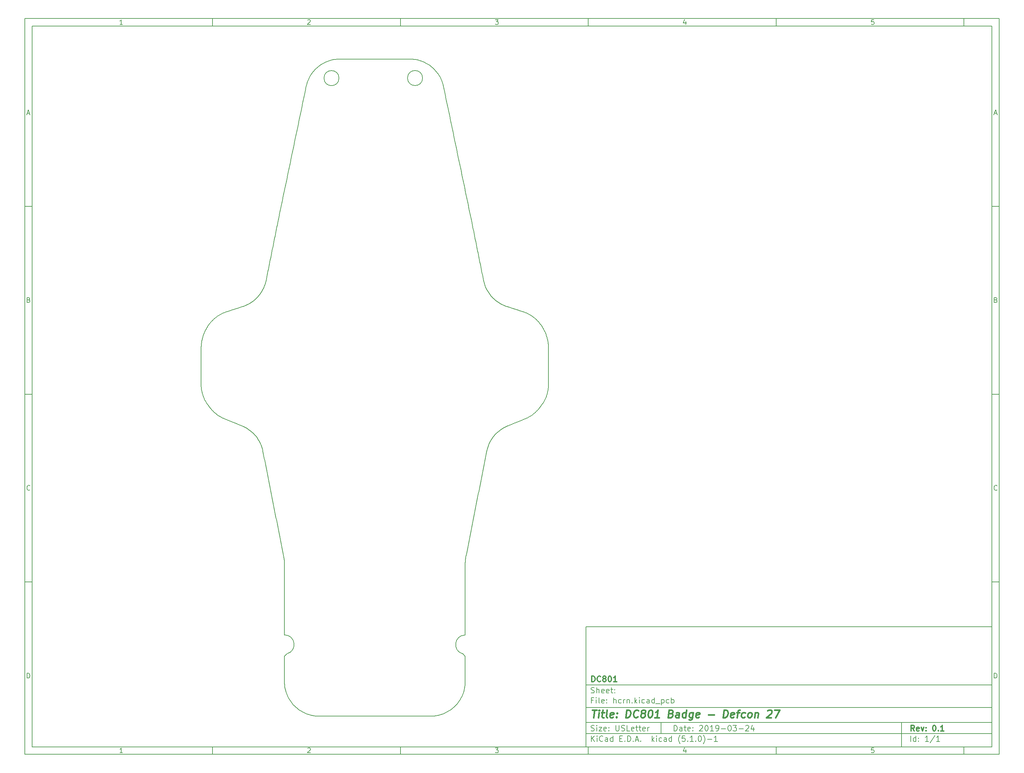
<source format=gm1>
G04 #@! TF.GenerationSoftware,KiCad,Pcbnew,(5.1.0)-1*
G04 #@! TF.CreationDate,2019-04-28T22:44:37-06:00*
G04 #@! TF.ProjectId,hcrn,6863726e-2e6b-4696-9361-645f70636258,0.1*
G04 #@! TF.SameCoordinates,Original*
G04 #@! TF.FileFunction,Profile,NP*
%FSLAX46Y46*%
G04 Gerber Fmt 4.6, Leading zero omitted, Abs format (unit mm)*
G04 Created by KiCad (PCBNEW (5.1.0)-1) date 2019-04-28 22:44:37*
%MOMM*%
%LPD*%
G04 APERTURE LIST*
%ADD10C,0.100000*%
%ADD11C,0.150000*%
%ADD12C,0.300000*%
%ADD13C,0.400000*%
%ADD14C,0.200000*%
G04 APERTURE END LIST*
D10*
D11*
X159400000Y-171900000D02*
X159400000Y-203900000D01*
X267400000Y-203900000D01*
X267400000Y-171900000D01*
X159400000Y-171900000D01*
D10*
D11*
X10000000Y-10000000D02*
X10000000Y-205900000D01*
X269400000Y-205900000D01*
X269400000Y-10000000D01*
X10000000Y-10000000D01*
D10*
D11*
X12000000Y-12000000D02*
X12000000Y-203900000D01*
X267400000Y-203900000D01*
X267400000Y-12000000D01*
X12000000Y-12000000D01*
D10*
D11*
X60000000Y-12000000D02*
X60000000Y-10000000D01*
D10*
D11*
X110000000Y-12000000D02*
X110000000Y-10000000D01*
D10*
D11*
X160000000Y-12000000D02*
X160000000Y-10000000D01*
D10*
D11*
X210000000Y-12000000D02*
X210000000Y-10000000D01*
D10*
D11*
X260000000Y-12000000D02*
X260000000Y-10000000D01*
D10*
D11*
X36065476Y-11588095D02*
X35322619Y-11588095D01*
X35694047Y-11588095D02*
X35694047Y-10288095D01*
X35570238Y-10473809D01*
X35446428Y-10597619D01*
X35322619Y-10659523D01*
D10*
D11*
X85322619Y-10411904D02*
X85384523Y-10350000D01*
X85508333Y-10288095D01*
X85817857Y-10288095D01*
X85941666Y-10350000D01*
X86003571Y-10411904D01*
X86065476Y-10535714D01*
X86065476Y-10659523D01*
X86003571Y-10845238D01*
X85260714Y-11588095D01*
X86065476Y-11588095D01*
D10*
D11*
X135260714Y-10288095D02*
X136065476Y-10288095D01*
X135632142Y-10783333D01*
X135817857Y-10783333D01*
X135941666Y-10845238D01*
X136003571Y-10907142D01*
X136065476Y-11030952D01*
X136065476Y-11340476D01*
X136003571Y-11464285D01*
X135941666Y-11526190D01*
X135817857Y-11588095D01*
X135446428Y-11588095D01*
X135322619Y-11526190D01*
X135260714Y-11464285D01*
D10*
D11*
X185941666Y-10721428D02*
X185941666Y-11588095D01*
X185632142Y-10226190D02*
X185322619Y-11154761D01*
X186127380Y-11154761D01*
D10*
D11*
X236003571Y-10288095D02*
X235384523Y-10288095D01*
X235322619Y-10907142D01*
X235384523Y-10845238D01*
X235508333Y-10783333D01*
X235817857Y-10783333D01*
X235941666Y-10845238D01*
X236003571Y-10907142D01*
X236065476Y-11030952D01*
X236065476Y-11340476D01*
X236003571Y-11464285D01*
X235941666Y-11526190D01*
X235817857Y-11588095D01*
X235508333Y-11588095D01*
X235384523Y-11526190D01*
X235322619Y-11464285D01*
D10*
D11*
X60000000Y-203900000D02*
X60000000Y-205900000D01*
D10*
D11*
X110000000Y-203900000D02*
X110000000Y-205900000D01*
D10*
D11*
X160000000Y-203900000D02*
X160000000Y-205900000D01*
D10*
D11*
X210000000Y-203900000D02*
X210000000Y-205900000D01*
D10*
D11*
X260000000Y-203900000D02*
X260000000Y-205900000D01*
D10*
D11*
X36065476Y-205488095D02*
X35322619Y-205488095D01*
X35694047Y-205488095D02*
X35694047Y-204188095D01*
X35570238Y-204373809D01*
X35446428Y-204497619D01*
X35322619Y-204559523D01*
D10*
D11*
X85322619Y-204311904D02*
X85384523Y-204250000D01*
X85508333Y-204188095D01*
X85817857Y-204188095D01*
X85941666Y-204250000D01*
X86003571Y-204311904D01*
X86065476Y-204435714D01*
X86065476Y-204559523D01*
X86003571Y-204745238D01*
X85260714Y-205488095D01*
X86065476Y-205488095D01*
D10*
D11*
X135260714Y-204188095D02*
X136065476Y-204188095D01*
X135632142Y-204683333D01*
X135817857Y-204683333D01*
X135941666Y-204745238D01*
X136003571Y-204807142D01*
X136065476Y-204930952D01*
X136065476Y-205240476D01*
X136003571Y-205364285D01*
X135941666Y-205426190D01*
X135817857Y-205488095D01*
X135446428Y-205488095D01*
X135322619Y-205426190D01*
X135260714Y-205364285D01*
D10*
D11*
X185941666Y-204621428D02*
X185941666Y-205488095D01*
X185632142Y-204126190D02*
X185322619Y-205054761D01*
X186127380Y-205054761D01*
D10*
D11*
X236003571Y-204188095D02*
X235384523Y-204188095D01*
X235322619Y-204807142D01*
X235384523Y-204745238D01*
X235508333Y-204683333D01*
X235817857Y-204683333D01*
X235941666Y-204745238D01*
X236003571Y-204807142D01*
X236065476Y-204930952D01*
X236065476Y-205240476D01*
X236003571Y-205364285D01*
X235941666Y-205426190D01*
X235817857Y-205488095D01*
X235508333Y-205488095D01*
X235384523Y-205426190D01*
X235322619Y-205364285D01*
D10*
D11*
X10000000Y-60000000D02*
X12000000Y-60000000D01*
D10*
D11*
X10000000Y-110000000D02*
X12000000Y-110000000D01*
D10*
D11*
X10000000Y-160000000D02*
X12000000Y-160000000D01*
D10*
D11*
X10690476Y-35216666D02*
X11309523Y-35216666D01*
X10566666Y-35588095D02*
X11000000Y-34288095D01*
X11433333Y-35588095D01*
D10*
D11*
X11092857Y-84907142D02*
X11278571Y-84969047D01*
X11340476Y-85030952D01*
X11402380Y-85154761D01*
X11402380Y-85340476D01*
X11340476Y-85464285D01*
X11278571Y-85526190D01*
X11154761Y-85588095D01*
X10659523Y-85588095D01*
X10659523Y-84288095D01*
X11092857Y-84288095D01*
X11216666Y-84350000D01*
X11278571Y-84411904D01*
X11340476Y-84535714D01*
X11340476Y-84659523D01*
X11278571Y-84783333D01*
X11216666Y-84845238D01*
X11092857Y-84907142D01*
X10659523Y-84907142D01*
D10*
D11*
X11402380Y-135464285D02*
X11340476Y-135526190D01*
X11154761Y-135588095D01*
X11030952Y-135588095D01*
X10845238Y-135526190D01*
X10721428Y-135402380D01*
X10659523Y-135278571D01*
X10597619Y-135030952D01*
X10597619Y-134845238D01*
X10659523Y-134597619D01*
X10721428Y-134473809D01*
X10845238Y-134350000D01*
X11030952Y-134288095D01*
X11154761Y-134288095D01*
X11340476Y-134350000D01*
X11402380Y-134411904D01*
D10*
D11*
X10659523Y-185588095D02*
X10659523Y-184288095D01*
X10969047Y-184288095D01*
X11154761Y-184350000D01*
X11278571Y-184473809D01*
X11340476Y-184597619D01*
X11402380Y-184845238D01*
X11402380Y-185030952D01*
X11340476Y-185278571D01*
X11278571Y-185402380D01*
X11154761Y-185526190D01*
X10969047Y-185588095D01*
X10659523Y-185588095D01*
D10*
D11*
X269400000Y-60000000D02*
X267400000Y-60000000D01*
D10*
D11*
X269400000Y-110000000D02*
X267400000Y-110000000D01*
D10*
D11*
X269400000Y-160000000D02*
X267400000Y-160000000D01*
D10*
D11*
X268090476Y-35216666D02*
X268709523Y-35216666D01*
X267966666Y-35588095D02*
X268400000Y-34288095D01*
X268833333Y-35588095D01*
D10*
D11*
X268492857Y-84907142D02*
X268678571Y-84969047D01*
X268740476Y-85030952D01*
X268802380Y-85154761D01*
X268802380Y-85340476D01*
X268740476Y-85464285D01*
X268678571Y-85526190D01*
X268554761Y-85588095D01*
X268059523Y-85588095D01*
X268059523Y-84288095D01*
X268492857Y-84288095D01*
X268616666Y-84350000D01*
X268678571Y-84411904D01*
X268740476Y-84535714D01*
X268740476Y-84659523D01*
X268678571Y-84783333D01*
X268616666Y-84845238D01*
X268492857Y-84907142D01*
X268059523Y-84907142D01*
D10*
D11*
X268802380Y-135464285D02*
X268740476Y-135526190D01*
X268554761Y-135588095D01*
X268430952Y-135588095D01*
X268245238Y-135526190D01*
X268121428Y-135402380D01*
X268059523Y-135278571D01*
X267997619Y-135030952D01*
X267997619Y-134845238D01*
X268059523Y-134597619D01*
X268121428Y-134473809D01*
X268245238Y-134350000D01*
X268430952Y-134288095D01*
X268554761Y-134288095D01*
X268740476Y-134350000D01*
X268802380Y-134411904D01*
D10*
D11*
X268059523Y-185588095D02*
X268059523Y-184288095D01*
X268369047Y-184288095D01*
X268554761Y-184350000D01*
X268678571Y-184473809D01*
X268740476Y-184597619D01*
X268802380Y-184845238D01*
X268802380Y-185030952D01*
X268740476Y-185278571D01*
X268678571Y-185402380D01*
X268554761Y-185526190D01*
X268369047Y-185588095D01*
X268059523Y-185588095D01*
D10*
D11*
X182832142Y-199678571D02*
X182832142Y-198178571D01*
X183189285Y-198178571D01*
X183403571Y-198250000D01*
X183546428Y-198392857D01*
X183617857Y-198535714D01*
X183689285Y-198821428D01*
X183689285Y-199035714D01*
X183617857Y-199321428D01*
X183546428Y-199464285D01*
X183403571Y-199607142D01*
X183189285Y-199678571D01*
X182832142Y-199678571D01*
X184975000Y-199678571D02*
X184975000Y-198892857D01*
X184903571Y-198750000D01*
X184760714Y-198678571D01*
X184475000Y-198678571D01*
X184332142Y-198750000D01*
X184975000Y-199607142D02*
X184832142Y-199678571D01*
X184475000Y-199678571D01*
X184332142Y-199607142D01*
X184260714Y-199464285D01*
X184260714Y-199321428D01*
X184332142Y-199178571D01*
X184475000Y-199107142D01*
X184832142Y-199107142D01*
X184975000Y-199035714D01*
X185475000Y-198678571D02*
X186046428Y-198678571D01*
X185689285Y-198178571D02*
X185689285Y-199464285D01*
X185760714Y-199607142D01*
X185903571Y-199678571D01*
X186046428Y-199678571D01*
X187117857Y-199607142D02*
X186975000Y-199678571D01*
X186689285Y-199678571D01*
X186546428Y-199607142D01*
X186475000Y-199464285D01*
X186475000Y-198892857D01*
X186546428Y-198750000D01*
X186689285Y-198678571D01*
X186975000Y-198678571D01*
X187117857Y-198750000D01*
X187189285Y-198892857D01*
X187189285Y-199035714D01*
X186475000Y-199178571D01*
X187832142Y-199535714D02*
X187903571Y-199607142D01*
X187832142Y-199678571D01*
X187760714Y-199607142D01*
X187832142Y-199535714D01*
X187832142Y-199678571D01*
X187832142Y-198750000D02*
X187903571Y-198821428D01*
X187832142Y-198892857D01*
X187760714Y-198821428D01*
X187832142Y-198750000D01*
X187832142Y-198892857D01*
X189617857Y-198321428D02*
X189689285Y-198250000D01*
X189832142Y-198178571D01*
X190189285Y-198178571D01*
X190332142Y-198250000D01*
X190403571Y-198321428D01*
X190475000Y-198464285D01*
X190475000Y-198607142D01*
X190403571Y-198821428D01*
X189546428Y-199678571D01*
X190475000Y-199678571D01*
X191403571Y-198178571D02*
X191546428Y-198178571D01*
X191689285Y-198250000D01*
X191760714Y-198321428D01*
X191832142Y-198464285D01*
X191903571Y-198750000D01*
X191903571Y-199107142D01*
X191832142Y-199392857D01*
X191760714Y-199535714D01*
X191689285Y-199607142D01*
X191546428Y-199678571D01*
X191403571Y-199678571D01*
X191260714Y-199607142D01*
X191189285Y-199535714D01*
X191117857Y-199392857D01*
X191046428Y-199107142D01*
X191046428Y-198750000D01*
X191117857Y-198464285D01*
X191189285Y-198321428D01*
X191260714Y-198250000D01*
X191403571Y-198178571D01*
X193332142Y-199678571D02*
X192475000Y-199678571D01*
X192903571Y-199678571D02*
X192903571Y-198178571D01*
X192760714Y-198392857D01*
X192617857Y-198535714D01*
X192475000Y-198607142D01*
X194046428Y-199678571D02*
X194332142Y-199678571D01*
X194475000Y-199607142D01*
X194546428Y-199535714D01*
X194689285Y-199321428D01*
X194760714Y-199035714D01*
X194760714Y-198464285D01*
X194689285Y-198321428D01*
X194617857Y-198250000D01*
X194475000Y-198178571D01*
X194189285Y-198178571D01*
X194046428Y-198250000D01*
X193975000Y-198321428D01*
X193903571Y-198464285D01*
X193903571Y-198821428D01*
X193975000Y-198964285D01*
X194046428Y-199035714D01*
X194189285Y-199107142D01*
X194475000Y-199107142D01*
X194617857Y-199035714D01*
X194689285Y-198964285D01*
X194760714Y-198821428D01*
X195403571Y-199107142D02*
X196546428Y-199107142D01*
X197546428Y-198178571D02*
X197689285Y-198178571D01*
X197832142Y-198250000D01*
X197903571Y-198321428D01*
X197975000Y-198464285D01*
X198046428Y-198750000D01*
X198046428Y-199107142D01*
X197975000Y-199392857D01*
X197903571Y-199535714D01*
X197832142Y-199607142D01*
X197689285Y-199678571D01*
X197546428Y-199678571D01*
X197403571Y-199607142D01*
X197332142Y-199535714D01*
X197260714Y-199392857D01*
X197189285Y-199107142D01*
X197189285Y-198750000D01*
X197260714Y-198464285D01*
X197332142Y-198321428D01*
X197403571Y-198250000D01*
X197546428Y-198178571D01*
X198546428Y-198178571D02*
X199475000Y-198178571D01*
X198975000Y-198750000D01*
X199189285Y-198750000D01*
X199332142Y-198821428D01*
X199403571Y-198892857D01*
X199475000Y-199035714D01*
X199475000Y-199392857D01*
X199403571Y-199535714D01*
X199332142Y-199607142D01*
X199189285Y-199678571D01*
X198760714Y-199678571D01*
X198617857Y-199607142D01*
X198546428Y-199535714D01*
X200117857Y-199107142D02*
X201260714Y-199107142D01*
X201903571Y-198321428D02*
X201975000Y-198250000D01*
X202117857Y-198178571D01*
X202475000Y-198178571D01*
X202617857Y-198250000D01*
X202689285Y-198321428D01*
X202760714Y-198464285D01*
X202760714Y-198607142D01*
X202689285Y-198821428D01*
X201832142Y-199678571D01*
X202760714Y-199678571D01*
X204046428Y-198678571D02*
X204046428Y-199678571D01*
X203689285Y-198107142D02*
X203332142Y-199178571D01*
X204260714Y-199178571D01*
D10*
D11*
X159400000Y-200400000D02*
X267400000Y-200400000D01*
D10*
D11*
X160832142Y-202478571D02*
X160832142Y-200978571D01*
X161689285Y-202478571D02*
X161046428Y-201621428D01*
X161689285Y-200978571D02*
X160832142Y-201835714D01*
X162332142Y-202478571D02*
X162332142Y-201478571D01*
X162332142Y-200978571D02*
X162260714Y-201050000D01*
X162332142Y-201121428D01*
X162403571Y-201050000D01*
X162332142Y-200978571D01*
X162332142Y-201121428D01*
X163903571Y-202335714D02*
X163832142Y-202407142D01*
X163617857Y-202478571D01*
X163475000Y-202478571D01*
X163260714Y-202407142D01*
X163117857Y-202264285D01*
X163046428Y-202121428D01*
X162975000Y-201835714D01*
X162975000Y-201621428D01*
X163046428Y-201335714D01*
X163117857Y-201192857D01*
X163260714Y-201050000D01*
X163475000Y-200978571D01*
X163617857Y-200978571D01*
X163832142Y-201050000D01*
X163903571Y-201121428D01*
X165189285Y-202478571D02*
X165189285Y-201692857D01*
X165117857Y-201550000D01*
X164975000Y-201478571D01*
X164689285Y-201478571D01*
X164546428Y-201550000D01*
X165189285Y-202407142D02*
X165046428Y-202478571D01*
X164689285Y-202478571D01*
X164546428Y-202407142D01*
X164475000Y-202264285D01*
X164475000Y-202121428D01*
X164546428Y-201978571D01*
X164689285Y-201907142D01*
X165046428Y-201907142D01*
X165189285Y-201835714D01*
X166546428Y-202478571D02*
X166546428Y-200978571D01*
X166546428Y-202407142D02*
X166403571Y-202478571D01*
X166117857Y-202478571D01*
X165975000Y-202407142D01*
X165903571Y-202335714D01*
X165832142Y-202192857D01*
X165832142Y-201764285D01*
X165903571Y-201621428D01*
X165975000Y-201550000D01*
X166117857Y-201478571D01*
X166403571Y-201478571D01*
X166546428Y-201550000D01*
X168403571Y-201692857D02*
X168903571Y-201692857D01*
X169117857Y-202478571D02*
X168403571Y-202478571D01*
X168403571Y-200978571D01*
X169117857Y-200978571D01*
X169760714Y-202335714D02*
X169832142Y-202407142D01*
X169760714Y-202478571D01*
X169689285Y-202407142D01*
X169760714Y-202335714D01*
X169760714Y-202478571D01*
X170475000Y-202478571D02*
X170475000Y-200978571D01*
X170832142Y-200978571D01*
X171046428Y-201050000D01*
X171189285Y-201192857D01*
X171260714Y-201335714D01*
X171332142Y-201621428D01*
X171332142Y-201835714D01*
X171260714Y-202121428D01*
X171189285Y-202264285D01*
X171046428Y-202407142D01*
X170832142Y-202478571D01*
X170475000Y-202478571D01*
X171975000Y-202335714D02*
X172046428Y-202407142D01*
X171975000Y-202478571D01*
X171903571Y-202407142D01*
X171975000Y-202335714D01*
X171975000Y-202478571D01*
X172617857Y-202050000D02*
X173332142Y-202050000D01*
X172475000Y-202478571D02*
X172975000Y-200978571D01*
X173475000Y-202478571D01*
X173975000Y-202335714D02*
X174046428Y-202407142D01*
X173975000Y-202478571D01*
X173903571Y-202407142D01*
X173975000Y-202335714D01*
X173975000Y-202478571D01*
X176975000Y-202478571D02*
X176975000Y-200978571D01*
X177117857Y-201907142D02*
X177546428Y-202478571D01*
X177546428Y-201478571D02*
X176975000Y-202050000D01*
X178189285Y-202478571D02*
X178189285Y-201478571D01*
X178189285Y-200978571D02*
X178117857Y-201050000D01*
X178189285Y-201121428D01*
X178260714Y-201050000D01*
X178189285Y-200978571D01*
X178189285Y-201121428D01*
X179546428Y-202407142D02*
X179403571Y-202478571D01*
X179117857Y-202478571D01*
X178975000Y-202407142D01*
X178903571Y-202335714D01*
X178832142Y-202192857D01*
X178832142Y-201764285D01*
X178903571Y-201621428D01*
X178975000Y-201550000D01*
X179117857Y-201478571D01*
X179403571Y-201478571D01*
X179546428Y-201550000D01*
X180832142Y-202478571D02*
X180832142Y-201692857D01*
X180760714Y-201550000D01*
X180617857Y-201478571D01*
X180332142Y-201478571D01*
X180189285Y-201550000D01*
X180832142Y-202407142D02*
X180689285Y-202478571D01*
X180332142Y-202478571D01*
X180189285Y-202407142D01*
X180117857Y-202264285D01*
X180117857Y-202121428D01*
X180189285Y-201978571D01*
X180332142Y-201907142D01*
X180689285Y-201907142D01*
X180832142Y-201835714D01*
X182189285Y-202478571D02*
X182189285Y-200978571D01*
X182189285Y-202407142D02*
X182046428Y-202478571D01*
X181760714Y-202478571D01*
X181617857Y-202407142D01*
X181546428Y-202335714D01*
X181475000Y-202192857D01*
X181475000Y-201764285D01*
X181546428Y-201621428D01*
X181617857Y-201550000D01*
X181760714Y-201478571D01*
X182046428Y-201478571D01*
X182189285Y-201550000D01*
X184475000Y-203050000D02*
X184403571Y-202978571D01*
X184260714Y-202764285D01*
X184189285Y-202621428D01*
X184117857Y-202407142D01*
X184046428Y-202050000D01*
X184046428Y-201764285D01*
X184117857Y-201407142D01*
X184189285Y-201192857D01*
X184260714Y-201050000D01*
X184403571Y-200835714D01*
X184475000Y-200764285D01*
X185760714Y-200978571D02*
X185046428Y-200978571D01*
X184975000Y-201692857D01*
X185046428Y-201621428D01*
X185189285Y-201550000D01*
X185546428Y-201550000D01*
X185689285Y-201621428D01*
X185760714Y-201692857D01*
X185832142Y-201835714D01*
X185832142Y-202192857D01*
X185760714Y-202335714D01*
X185689285Y-202407142D01*
X185546428Y-202478571D01*
X185189285Y-202478571D01*
X185046428Y-202407142D01*
X184975000Y-202335714D01*
X186475000Y-202335714D02*
X186546428Y-202407142D01*
X186475000Y-202478571D01*
X186403571Y-202407142D01*
X186475000Y-202335714D01*
X186475000Y-202478571D01*
X187975000Y-202478571D02*
X187117857Y-202478571D01*
X187546428Y-202478571D02*
X187546428Y-200978571D01*
X187403571Y-201192857D01*
X187260714Y-201335714D01*
X187117857Y-201407142D01*
X188617857Y-202335714D02*
X188689285Y-202407142D01*
X188617857Y-202478571D01*
X188546428Y-202407142D01*
X188617857Y-202335714D01*
X188617857Y-202478571D01*
X189617857Y-200978571D02*
X189760714Y-200978571D01*
X189903571Y-201050000D01*
X189975000Y-201121428D01*
X190046428Y-201264285D01*
X190117857Y-201550000D01*
X190117857Y-201907142D01*
X190046428Y-202192857D01*
X189975000Y-202335714D01*
X189903571Y-202407142D01*
X189760714Y-202478571D01*
X189617857Y-202478571D01*
X189475000Y-202407142D01*
X189403571Y-202335714D01*
X189332142Y-202192857D01*
X189260714Y-201907142D01*
X189260714Y-201550000D01*
X189332142Y-201264285D01*
X189403571Y-201121428D01*
X189475000Y-201050000D01*
X189617857Y-200978571D01*
X190617857Y-203050000D02*
X190689285Y-202978571D01*
X190832142Y-202764285D01*
X190903571Y-202621428D01*
X190975000Y-202407142D01*
X191046428Y-202050000D01*
X191046428Y-201764285D01*
X190975000Y-201407142D01*
X190903571Y-201192857D01*
X190832142Y-201050000D01*
X190689285Y-200835714D01*
X190617857Y-200764285D01*
X191760714Y-201907142D02*
X192903571Y-201907142D01*
X194403571Y-202478571D02*
X193546428Y-202478571D01*
X193975000Y-202478571D02*
X193975000Y-200978571D01*
X193832142Y-201192857D01*
X193689285Y-201335714D01*
X193546428Y-201407142D01*
D10*
D11*
X159400000Y-197400000D02*
X267400000Y-197400000D01*
D10*
D12*
X246809285Y-199678571D02*
X246309285Y-198964285D01*
X245952142Y-199678571D02*
X245952142Y-198178571D01*
X246523571Y-198178571D01*
X246666428Y-198250000D01*
X246737857Y-198321428D01*
X246809285Y-198464285D01*
X246809285Y-198678571D01*
X246737857Y-198821428D01*
X246666428Y-198892857D01*
X246523571Y-198964285D01*
X245952142Y-198964285D01*
X248023571Y-199607142D02*
X247880714Y-199678571D01*
X247595000Y-199678571D01*
X247452142Y-199607142D01*
X247380714Y-199464285D01*
X247380714Y-198892857D01*
X247452142Y-198750000D01*
X247595000Y-198678571D01*
X247880714Y-198678571D01*
X248023571Y-198750000D01*
X248095000Y-198892857D01*
X248095000Y-199035714D01*
X247380714Y-199178571D01*
X248595000Y-198678571D02*
X248952142Y-199678571D01*
X249309285Y-198678571D01*
X249880714Y-199535714D02*
X249952142Y-199607142D01*
X249880714Y-199678571D01*
X249809285Y-199607142D01*
X249880714Y-199535714D01*
X249880714Y-199678571D01*
X249880714Y-198750000D02*
X249952142Y-198821428D01*
X249880714Y-198892857D01*
X249809285Y-198821428D01*
X249880714Y-198750000D01*
X249880714Y-198892857D01*
X252023571Y-198178571D02*
X252166428Y-198178571D01*
X252309285Y-198250000D01*
X252380714Y-198321428D01*
X252452142Y-198464285D01*
X252523571Y-198750000D01*
X252523571Y-199107142D01*
X252452142Y-199392857D01*
X252380714Y-199535714D01*
X252309285Y-199607142D01*
X252166428Y-199678571D01*
X252023571Y-199678571D01*
X251880714Y-199607142D01*
X251809285Y-199535714D01*
X251737857Y-199392857D01*
X251666428Y-199107142D01*
X251666428Y-198750000D01*
X251737857Y-198464285D01*
X251809285Y-198321428D01*
X251880714Y-198250000D01*
X252023571Y-198178571D01*
X253166428Y-199535714D02*
X253237857Y-199607142D01*
X253166428Y-199678571D01*
X253095000Y-199607142D01*
X253166428Y-199535714D01*
X253166428Y-199678571D01*
X254666428Y-199678571D02*
X253809285Y-199678571D01*
X254237857Y-199678571D02*
X254237857Y-198178571D01*
X254095000Y-198392857D01*
X253952142Y-198535714D01*
X253809285Y-198607142D01*
D10*
D11*
X160760714Y-199607142D02*
X160975000Y-199678571D01*
X161332142Y-199678571D01*
X161475000Y-199607142D01*
X161546428Y-199535714D01*
X161617857Y-199392857D01*
X161617857Y-199250000D01*
X161546428Y-199107142D01*
X161475000Y-199035714D01*
X161332142Y-198964285D01*
X161046428Y-198892857D01*
X160903571Y-198821428D01*
X160832142Y-198750000D01*
X160760714Y-198607142D01*
X160760714Y-198464285D01*
X160832142Y-198321428D01*
X160903571Y-198250000D01*
X161046428Y-198178571D01*
X161403571Y-198178571D01*
X161617857Y-198250000D01*
X162260714Y-199678571D02*
X162260714Y-198678571D01*
X162260714Y-198178571D02*
X162189285Y-198250000D01*
X162260714Y-198321428D01*
X162332142Y-198250000D01*
X162260714Y-198178571D01*
X162260714Y-198321428D01*
X162832142Y-198678571D02*
X163617857Y-198678571D01*
X162832142Y-199678571D01*
X163617857Y-199678571D01*
X164760714Y-199607142D02*
X164617857Y-199678571D01*
X164332142Y-199678571D01*
X164189285Y-199607142D01*
X164117857Y-199464285D01*
X164117857Y-198892857D01*
X164189285Y-198750000D01*
X164332142Y-198678571D01*
X164617857Y-198678571D01*
X164760714Y-198750000D01*
X164832142Y-198892857D01*
X164832142Y-199035714D01*
X164117857Y-199178571D01*
X165475000Y-199535714D02*
X165546428Y-199607142D01*
X165475000Y-199678571D01*
X165403571Y-199607142D01*
X165475000Y-199535714D01*
X165475000Y-199678571D01*
X165475000Y-198750000D02*
X165546428Y-198821428D01*
X165475000Y-198892857D01*
X165403571Y-198821428D01*
X165475000Y-198750000D01*
X165475000Y-198892857D01*
X167332142Y-198178571D02*
X167332142Y-199392857D01*
X167403571Y-199535714D01*
X167475000Y-199607142D01*
X167617857Y-199678571D01*
X167903571Y-199678571D01*
X168046428Y-199607142D01*
X168117857Y-199535714D01*
X168189285Y-199392857D01*
X168189285Y-198178571D01*
X168832142Y-199607142D02*
X169046428Y-199678571D01*
X169403571Y-199678571D01*
X169546428Y-199607142D01*
X169617857Y-199535714D01*
X169689285Y-199392857D01*
X169689285Y-199250000D01*
X169617857Y-199107142D01*
X169546428Y-199035714D01*
X169403571Y-198964285D01*
X169117857Y-198892857D01*
X168975000Y-198821428D01*
X168903571Y-198750000D01*
X168832142Y-198607142D01*
X168832142Y-198464285D01*
X168903571Y-198321428D01*
X168975000Y-198250000D01*
X169117857Y-198178571D01*
X169475000Y-198178571D01*
X169689285Y-198250000D01*
X171046428Y-199678571D02*
X170332142Y-199678571D01*
X170332142Y-198178571D01*
X172117857Y-199607142D02*
X171975000Y-199678571D01*
X171689285Y-199678571D01*
X171546428Y-199607142D01*
X171475000Y-199464285D01*
X171475000Y-198892857D01*
X171546428Y-198750000D01*
X171689285Y-198678571D01*
X171975000Y-198678571D01*
X172117857Y-198750000D01*
X172189285Y-198892857D01*
X172189285Y-199035714D01*
X171475000Y-199178571D01*
X172617857Y-198678571D02*
X173189285Y-198678571D01*
X172832142Y-198178571D02*
X172832142Y-199464285D01*
X172903571Y-199607142D01*
X173046428Y-199678571D01*
X173189285Y-199678571D01*
X173475000Y-198678571D02*
X174046428Y-198678571D01*
X173689285Y-198178571D02*
X173689285Y-199464285D01*
X173760714Y-199607142D01*
X173903571Y-199678571D01*
X174046428Y-199678571D01*
X175117857Y-199607142D02*
X174975000Y-199678571D01*
X174689285Y-199678571D01*
X174546428Y-199607142D01*
X174475000Y-199464285D01*
X174475000Y-198892857D01*
X174546428Y-198750000D01*
X174689285Y-198678571D01*
X174975000Y-198678571D01*
X175117857Y-198750000D01*
X175189285Y-198892857D01*
X175189285Y-199035714D01*
X174475000Y-199178571D01*
X175832142Y-199678571D02*
X175832142Y-198678571D01*
X175832142Y-198964285D02*
X175903571Y-198821428D01*
X175975000Y-198750000D01*
X176117857Y-198678571D01*
X176260714Y-198678571D01*
D10*
D11*
X245832142Y-202478571D02*
X245832142Y-200978571D01*
X247189285Y-202478571D02*
X247189285Y-200978571D01*
X247189285Y-202407142D02*
X247046428Y-202478571D01*
X246760714Y-202478571D01*
X246617857Y-202407142D01*
X246546428Y-202335714D01*
X246475000Y-202192857D01*
X246475000Y-201764285D01*
X246546428Y-201621428D01*
X246617857Y-201550000D01*
X246760714Y-201478571D01*
X247046428Y-201478571D01*
X247189285Y-201550000D01*
X247903571Y-202335714D02*
X247975000Y-202407142D01*
X247903571Y-202478571D01*
X247832142Y-202407142D01*
X247903571Y-202335714D01*
X247903571Y-202478571D01*
X247903571Y-201550000D02*
X247975000Y-201621428D01*
X247903571Y-201692857D01*
X247832142Y-201621428D01*
X247903571Y-201550000D01*
X247903571Y-201692857D01*
X250546428Y-202478571D02*
X249689285Y-202478571D01*
X250117857Y-202478571D02*
X250117857Y-200978571D01*
X249975000Y-201192857D01*
X249832142Y-201335714D01*
X249689285Y-201407142D01*
X252260714Y-200907142D02*
X250975000Y-202835714D01*
X253546428Y-202478571D02*
X252689285Y-202478571D01*
X253117857Y-202478571D02*
X253117857Y-200978571D01*
X252975000Y-201192857D01*
X252832142Y-201335714D01*
X252689285Y-201407142D01*
D10*
D11*
X159400000Y-193400000D02*
X267400000Y-193400000D01*
D10*
D13*
X161112380Y-194104761D02*
X162255238Y-194104761D01*
X161433809Y-196104761D02*
X161683809Y-194104761D01*
X162671904Y-196104761D02*
X162838571Y-194771428D01*
X162921904Y-194104761D02*
X162814761Y-194200000D01*
X162898095Y-194295238D01*
X163005238Y-194200000D01*
X162921904Y-194104761D01*
X162898095Y-194295238D01*
X163505238Y-194771428D02*
X164267142Y-194771428D01*
X163874285Y-194104761D02*
X163660000Y-195819047D01*
X163731428Y-196009523D01*
X163910000Y-196104761D01*
X164100476Y-196104761D01*
X165052857Y-196104761D02*
X164874285Y-196009523D01*
X164802857Y-195819047D01*
X165017142Y-194104761D01*
X166588571Y-196009523D02*
X166386190Y-196104761D01*
X166005238Y-196104761D01*
X165826666Y-196009523D01*
X165755238Y-195819047D01*
X165850476Y-195057142D01*
X165969523Y-194866666D01*
X166171904Y-194771428D01*
X166552857Y-194771428D01*
X166731428Y-194866666D01*
X166802857Y-195057142D01*
X166779047Y-195247619D01*
X165802857Y-195438095D01*
X167552857Y-195914285D02*
X167636190Y-196009523D01*
X167529047Y-196104761D01*
X167445714Y-196009523D01*
X167552857Y-195914285D01*
X167529047Y-196104761D01*
X167683809Y-194866666D02*
X167767142Y-194961904D01*
X167660000Y-195057142D01*
X167576666Y-194961904D01*
X167683809Y-194866666D01*
X167660000Y-195057142D01*
X170005238Y-196104761D02*
X170255238Y-194104761D01*
X170731428Y-194104761D01*
X171005238Y-194200000D01*
X171171904Y-194390476D01*
X171243333Y-194580952D01*
X171290952Y-194961904D01*
X171255238Y-195247619D01*
X171112380Y-195628571D01*
X170993333Y-195819047D01*
X170779047Y-196009523D01*
X170481428Y-196104761D01*
X170005238Y-196104761D01*
X173171904Y-195914285D02*
X173064761Y-196009523D01*
X172767142Y-196104761D01*
X172576666Y-196104761D01*
X172302857Y-196009523D01*
X172136190Y-195819047D01*
X172064761Y-195628571D01*
X172017142Y-195247619D01*
X172052857Y-194961904D01*
X172195714Y-194580952D01*
X172314761Y-194390476D01*
X172529047Y-194200000D01*
X172826666Y-194104761D01*
X173017142Y-194104761D01*
X173290952Y-194200000D01*
X173374285Y-194295238D01*
X174433809Y-194961904D02*
X174255238Y-194866666D01*
X174171904Y-194771428D01*
X174100476Y-194580952D01*
X174112380Y-194485714D01*
X174231428Y-194295238D01*
X174338571Y-194200000D01*
X174540952Y-194104761D01*
X174921904Y-194104761D01*
X175100476Y-194200000D01*
X175183809Y-194295238D01*
X175255238Y-194485714D01*
X175243333Y-194580952D01*
X175124285Y-194771428D01*
X175017142Y-194866666D01*
X174814761Y-194961904D01*
X174433809Y-194961904D01*
X174231428Y-195057142D01*
X174124285Y-195152380D01*
X174005238Y-195342857D01*
X173957619Y-195723809D01*
X174029047Y-195914285D01*
X174112380Y-196009523D01*
X174290952Y-196104761D01*
X174671904Y-196104761D01*
X174874285Y-196009523D01*
X174981428Y-195914285D01*
X175100476Y-195723809D01*
X175148095Y-195342857D01*
X175076666Y-195152380D01*
X174993333Y-195057142D01*
X174814761Y-194961904D01*
X176540952Y-194104761D02*
X176731428Y-194104761D01*
X176910000Y-194200000D01*
X176993333Y-194295238D01*
X177064761Y-194485714D01*
X177112380Y-194866666D01*
X177052857Y-195342857D01*
X176910000Y-195723809D01*
X176790952Y-195914285D01*
X176683809Y-196009523D01*
X176481428Y-196104761D01*
X176290952Y-196104761D01*
X176112380Y-196009523D01*
X176029047Y-195914285D01*
X175957619Y-195723809D01*
X175910000Y-195342857D01*
X175969523Y-194866666D01*
X176112380Y-194485714D01*
X176231428Y-194295238D01*
X176338571Y-194200000D01*
X176540952Y-194104761D01*
X178862380Y-196104761D02*
X177719523Y-196104761D01*
X178290952Y-196104761D02*
X178540952Y-194104761D01*
X178314761Y-194390476D01*
X178100476Y-194580952D01*
X177898095Y-194676190D01*
X182040952Y-195057142D02*
X182314761Y-195152380D01*
X182398095Y-195247619D01*
X182469523Y-195438095D01*
X182433809Y-195723809D01*
X182314761Y-195914285D01*
X182207619Y-196009523D01*
X182005238Y-196104761D01*
X181243333Y-196104761D01*
X181493333Y-194104761D01*
X182160000Y-194104761D01*
X182338571Y-194200000D01*
X182421904Y-194295238D01*
X182493333Y-194485714D01*
X182469523Y-194676190D01*
X182350476Y-194866666D01*
X182243333Y-194961904D01*
X182040952Y-195057142D01*
X181374285Y-195057142D01*
X184100476Y-196104761D02*
X184231428Y-195057142D01*
X184160000Y-194866666D01*
X183981428Y-194771428D01*
X183600476Y-194771428D01*
X183398095Y-194866666D01*
X184112380Y-196009523D02*
X183910000Y-196104761D01*
X183433809Y-196104761D01*
X183255238Y-196009523D01*
X183183809Y-195819047D01*
X183207619Y-195628571D01*
X183326666Y-195438095D01*
X183529047Y-195342857D01*
X184005238Y-195342857D01*
X184207619Y-195247619D01*
X185910000Y-196104761D02*
X186160000Y-194104761D01*
X185921904Y-196009523D02*
X185719523Y-196104761D01*
X185338571Y-196104761D01*
X185160000Y-196009523D01*
X185076666Y-195914285D01*
X185005238Y-195723809D01*
X185076666Y-195152380D01*
X185195714Y-194961904D01*
X185302857Y-194866666D01*
X185505238Y-194771428D01*
X185886190Y-194771428D01*
X186064761Y-194866666D01*
X187886190Y-194771428D02*
X187683809Y-196390476D01*
X187564761Y-196580952D01*
X187457619Y-196676190D01*
X187255238Y-196771428D01*
X186969523Y-196771428D01*
X186790952Y-196676190D01*
X187731428Y-196009523D02*
X187529047Y-196104761D01*
X187148095Y-196104761D01*
X186969523Y-196009523D01*
X186886190Y-195914285D01*
X186814761Y-195723809D01*
X186886190Y-195152380D01*
X187005238Y-194961904D01*
X187112380Y-194866666D01*
X187314761Y-194771428D01*
X187695714Y-194771428D01*
X187874285Y-194866666D01*
X189445714Y-196009523D02*
X189243333Y-196104761D01*
X188862380Y-196104761D01*
X188683809Y-196009523D01*
X188612380Y-195819047D01*
X188707619Y-195057142D01*
X188826666Y-194866666D01*
X189029047Y-194771428D01*
X189410000Y-194771428D01*
X189588571Y-194866666D01*
X189660000Y-195057142D01*
X189636190Y-195247619D01*
X188660000Y-195438095D01*
X192005238Y-195342857D02*
X193529047Y-195342857D01*
X195910000Y-196104761D02*
X196160000Y-194104761D01*
X196636190Y-194104761D01*
X196910000Y-194200000D01*
X197076666Y-194390476D01*
X197148095Y-194580952D01*
X197195714Y-194961904D01*
X197160000Y-195247619D01*
X197017142Y-195628571D01*
X196898095Y-195819047D01*
X196683809Y-196009523D01*
X196386190Y-196104761D01*
X195910000Y-196104761D01*
X198683809Y-196009523D02*
X198481428Y-196104761D01*
X198100476Y-196104761D01*
X197921904Y-196009523D01*
X197850476Y-195819047D01*
X197945714Y-195057142D01*
X198064761Y-194866666D01*
X198267142Y-194771428D01*
X198648095Y-194771428D01*
X198826666Y-194866666D01*
X198898095Y-195057142D01*
X198874285Y-195247619D01*
X197898095Y-195438095D01*
X199505238Y-194771428D02*
X200267142Y-194771428D01*
X199624285Y-196104761D02*
X199838571Y-194390476D01*
X199957619Y-194200000D01*
X200160000Y-194104761D01*
X200350476Y-194104761D01*
X201636190Y-196009523D02*
X201433809Y-196104761D01*
X201052857Y-196104761D01*
X200874285Y-196009523D01*
X200790952Y-195914285D01*
X200719523Y-195723809D01*
X200790952Y-195152380D01*
X200910000Y-194961904D01*
X201017142Y-194866666D01*
X201219523Y-194771428D01*
X201600476Y-194771428D01*
X201779047Y-194866666D01*
X202767142Y-196104761D02*
X202588571Y-196009523D01*
X202505238Y-195914285D01*
X202433809Y-195723809D01*
X202505238Y-195152380D01*
X202624285Y-194961904D01*
X202731428Y-194866666D01*
X202933809Y-194771428D01*
X203219523Y-194771428D01*
X203398095Y-194866666D01*
X203481428Y-194961904D01*
X203552857Y-195152380D01*
X203481428Y-195723809D01*
X203362380Y-195914285D01*
X203255238Y-196009523D01*
X203052857Y-196104761D01*
X202767142Y-196104761D01*
X204457619Y-194771428D02*
X204290952Y-196104761D01*
X204433809Y-194961904D02*
X204540952Y-194866666D01*
X204743333Y-194771428D01*
X205029047Y-194771428D01*
X205207619Y-194866666D01*
X205279047Y-195057142D01*
X205148095Y-196104761D01*
X207755238Y-194295238D02*
X207862380Y-194200000D01*
X208064761Y-194104761D01*
X208540952Y-194104761D01*
X208719523Y-194200000D01*
X208802857Y-194295238D01*
X208874285Y-194485714D01*
X208850476Y-194676190D01*
X208719523Y-194961904D01*
X207433809Y-196104761D01*
X208671904Y-196104761D01*
X209588571Y-194104761D02*
X210921904Y-194104761D01*
X209814761Y-196104761D01*
D10*
D11*
X161332142Y-191492857D02*
X160832142Y-191492857D01*
X160832142Y-192278571D02*
X160832142Y-190778571D01*
X161546428Y-190778571D01*
X162117857Y-192278571D02*
X162117857Y-191278571D01*
X162117857Y-190778571D02*
X162046428Y-190850000D01*
X162117857Y-190921428D01*
X162189285Y-190850000D01*
X162117857Y-190778571D01*
X162117857Y-190921428D01*
X163046428Y-192278571D02*
X162903571Y-192207142D01*
X162832142Y-192064285D01*
X162832142Y-190778571D01*
X164189285Y-192207142D02*
X164046428Y-192278571D01*
X163760714Y-192278571D01*
X163617857Y-192207142D01*
X163546428Y-192064285D01*
X163546428Y-191492857D01*
X163617857Y-191350000D01*
X163760714Y-191278571D01*
X164046428Y-191278571D01*
X164189285Y-191350000D01*
X164260714Y-191492857D01*
X164260714Y-191635714D01*
X163546428Y-191778571D01*
X164903571Y-192135714D02*
X164975000Y-192207142D01*
X164903571Y-192278571D01*
X164832142Y-192207142D01*
X164903571Y-192135714D01*
X164903571Y-192278571D01*
X164903571Y-191350000D02*
X164975000Y-191421428D01*
X164903571Y-191492857D01*
X164832142Y-191421428D01*
X164903571Y-191350000D01*
X164903571Y-191492857D01*
X166760714Y-192278571D02*
X166760714Y-190778571D01*
X167403571Y-192278571D02*
X167403571Y-191492857D01*
X167332142Y-191350000D01*
X167189285Y-191278571D01*
X166975000Y-191278571D01*
X166832142Y-191350000D01*
X166760714Y-191421428D01*
X168760714Y-192207142D02*
X168617857Y-192278571D01*
X168332142Y-192278571D01*
X168189285Y-192207142D01*
X168117857Y-192135714D01*
X168046428Y-191992857D01*
X168046428Y-191564285D01*
X168117857Y-191421428D01*
X168189285Y-191350000D01*
X168332142Y-191278571D01*
X168617857Y-191278571D01*
X168760714Y-191350000D01*
X169403571Y-192278571D02*
X169403571Y-191278571D01*
X169403571Y-191564285D02*
X169475000Y-191421428D01*
X169546428Y-191350000D01*
X169689285Y-191278571D01*
X169832142Y-191278571D01*
X170332142Y-191278571D02*
X170332142Y-192278571D01*
X170332142Y-191421428D02*
X170403571Y-191350000D01*
X170546428Y-191278571D01*
X170760714Y-191278571D01*
X170903571Y-191350000D01*
X170975000Y-191492857D01*
X170975000Y-192278571D01*
X171689285Y-192135714D02*
X171760714Y-192207142D01*
X171689285Y-192278571D01*
X171617857Y-192207142D01*
X171689285Y-192135714D01*
X171689285Y-192278571D01*
X172403571Y-192278571D02*
X172403571Y-190778571D01*
X172546428Y-191707142D02*
X172975000Y-192278571D01*
X172975000Y-191278571D02*
X172403571Y-191850000D01*
X173617857Y-192278571D02*
X173617857Y-191278571D01*
X173617857Y-190778571D02*
X173546428Y-190850000D01*
X173617857Y-190921428D01*
X173689285Y-190850000D01*
X173617857Y-190778571D01*
X173617857Y-190921428D01*
X174975000Y-192207142D02*
X174832142Y-192278571D01*
X174546428Y-192278571D01*
X174403571Y-192207142D01*
X174332142Y-192135714D01*
X174260714Y-191992857D01*
X174260714Y-191564285D01*
X174332142Y-191421428D01*
X174403571Y-191350000D01*
X174546428Y-191278571D01*
X174832142Y-191278571D01*
X174975000Y-191350000D01*
X176260714Y-192278571D02*
X176260714Y-191492857D01*
X176189285Y-191350000D01*
X176046428Y-191278571D01*
X175760714Y-191278571D01*
X175617857Y-191350000D01*
X176260714Y-192207142D02*
X176117857Y-192278571D01*
X175760714Y-192278571D01*
X175617857Y-192207142D01*
X175546428Y-192064285D01*
X175546428Y-191921428D01*
X175617857Y-191778571D01*
X175760714Y-191707142D01*
X176117857Y-191707142D01*
X176260714Y-191635714D01*
X177617857Y-192278571D02*
X177617857Y-190778571D01*
X177617857Y-192207142D02*
X177475000Y-192278571D01*
X177189285Y-192278571D01*
X177046428Y-192207142D01*
X176975000Y-192135714D01*
X176903571Y-191992857D01*
X176903571Y-191564285D01*
X176975000Y-191421428D01*
X177046428Y-191350000D01*
X177189285Y-191278571D01*
X177475000Y-191278571D01*
X177617857Y-191350000D01*
X177975000Y-192421428D02*
X179117857Y-192421428D01*
X179475000Y-191278571D02*
X179475000Y-192778571D01*
X179475000Y-191350000D02*
X179617857Y-191278571D01*
X179903571Y-191278571D01*
X180046428Y-191350000D01*
X180117857Y-191421428D01*
X180189285Y-191564285D01*
X180189285Y-191992857D01*
X180117857Y-192135714D01*
X180046428Y-192207142D01*
X179903571Y-192278571D01*
X179617857Y-192278571D01*
X179475000Y-192207142D01*
X181475000Y-192207142D02*
X181332142Y-192278571D01*
X181046428Y-192278571D01*
X180903571Y-192207142D01*
X180832142Y-192135714D01*
X180760714Y-191992857D01*
X180760714Y-191564285D01*
X180832142Y-191421428D01*
X180903571Y-191350000D01*
X181046428Y-191278571D01*
X181332142Y-191278571D01*
X181475000Y-191350000D01*
X182117857Y-192278571D02*
X182117857Y-190778571D01*
X182117857Y-191350000D02*
X182260714Y-191278571D01*
X182546428Y-191278571D01*
X182689285Y-191350000D01*
X182760714Y-191421428D01*
X182832142Y-191564285D01*
X182832142Y-191992857D01*
X182760714Y-192135714D01*
X182689285Y-192207142D01*
X182546428Y-192278571D01*
X182260714Y-192278571D01*
X182117857Y-192207142D01*
D10*
D11*
X159400000Y-187400000D02*
X267400000Y-187400000D01*
D10*
D11*
X160760714Y-189507142D02*
X160975000Y-189578571D01*
X161332142Y-189578571D01*
X161475000Y-189507142D01*
X161546428Y-189435714D01*
X161617857Y-189292857D01*
X161617857Y-189150000D01*
X161546428Y-189007142D01*
X161475000Y-188935714D01*
X161332142Y-188864285D01*
X161046428Y-188792857D01*
X160903571Y-188721428D01*
X160832142Y-188650000D01*
X160760714Y-188507142D01*
X160760714Y-188364285D01*
X160832142Y-188221428D01*
X160903571Y-188150000D01*
X161046428Y-188078571D01*
X161403571Y-188078571D01*
X161617857Y-188150000D01*
X162260714Y-189578571D02*
X162260714Y-188078571D01*
X162903571Y-189578571D02*
X162903571Y-188792857D01*
X162832142Y-188650000D01*
X162689285Y-188578571D01*
X162475000Y-188578571D01*
X162332142Y-188650000D01*
X162260714Y-188721428D01*
X164189285Y-189507142D02*
X164046428Y-189578571D01*
X163760714Y-189578571D01*
X163617857Y-189507142D01*
X163546428Y-189364285D01*
X163546428Y-188792857D01*
X163617857Y-188650000D01*
X163760714Y-188578571D01*
X164046428Y-188578571D01*
X164189285Y-188650000D01*
X164260714Y-188792857D01*
X164260714Y-188935714D01*
X163546428Y-189078571D01*
X165475000Y-189507142D02*
X165332142Y-189578571D01*
X165046428Y-189578571D01*
X164903571Y-189507142D01*
X164832142Y-189364285D01*
X164832142Y-188792857D01*
X164903571Y-188650000D01*
X165046428Y-188578571D01*
X165332142Y-188578571D01*
X165475000Y-188650000D01*
X165546428Y-188792857D01*
X165546428Y-188935714D01*
X164832142Y-189078571D01*
X165975000Y-188578571D02*
X166546428Y-188578571D01*
X166189285Y-188078571D02*
X166189285Y-189364285D01*
X166260714Y-189507142D01*
X166403571Y-189578571D01*
X166546428Y-189578571D01*
X167046428Y-189435714D02*
X167117857Y-189507142D01*
X167046428Y-189578571D01*
X166975000Y-189507142D01*
X167046428Y-189435714D01*
X167046428Y-189578571D01*
X167046428Y-188650000D02*
X167117857Y-188721428D01*
X167046428Y-188792857D01*
X166975000Y-188721428D01*
X167046428Y-188650000D01*
X167046428Y-188792857D01*
D10*
D12*
X160952142Y-186578571D02*
X160952142Y-185078571D01*
X161309285Y-185078571D01*
X161523571Y-185150000D01*
X161666428Y-185292857D01*
X161737857Y-185435714D01*
X161809285Y-185721428D01*
X161809285Y-185935714D01*
X161737857Y-186221428D01*
X161666428Y-186364285D01*
X161523571Y-186507142D01*
X161309285Y-186578571D01*
X160952142Y-186578571D01*
X163309285Y-186435714D02*
X163237857Y-186507142D01*
X163023571Y-186578571D01*
X162880714Y-186578571D01*
X162666428Y-186507142D01*
X162523571Y-186364285D01*
X162452142Y-186221428D01*
X162380714Y-185935714D01*
X162380714Y-185721428D01*
X162452142Y-185435714D01*
X162523571Y-185292857D01*
X162666428Y-185150000D01*
X162880714Y-185078571D01*
X163023571Y-185078571D01*
X163237857Y-185150000D01*
X163309285Y-185221428D01*
X164166428Y-185721428D02*
X164023571Y-185650000D01*
X163952142Y-185578571D01*
X163880714Y-185435714D01*
X163880714Y-185364285D01*
X163952142Y-185221428D01*
X164023571Y-185150000D01*
X164166428Y-185078571D01*
X164452142Y-185078571D01*
X164595000Y-185150000D01*
X164666428Y-185221428D01*
X164737857Y-185364285D01*
X164737857Y-185435714D01*
X164666428Y-185578571D01*
X164595000Y-185650000D01*
X164452142Y-185721428D01*
X164166428Y-185721428D01*
X164023571Y-185792857D01*
X163952142Y-185864285D01*
X163880714Y-186007142D01*
X163880714Y-186292857D01*
X163952142Y-186435714D01*
X164023571Y-186507142D01*
X164166428Y-186578571D01*
X164452142Y-186578571D01*
X164595000Y-186507142D01*
X164666428Y-186435714D01*
X164737857Y-186292857D01*
X164737857Y-186007142D01*
X164666428Y-185864285D01*
X164595000Y-185792857D01*
X164452142Y-185721428D01*
X165666428Y-185078571D02*
X165809285Y-185078571D01*
X165952142Y-185150000D01*
X166023571Y-185221428D01*
X166095000Y-185364285D01*
X166166428Y-185650000D01*
X166166428Y-186007142D01*
X166095000Y-186292857D01*
X166023571Y-186435714D01*
X165952142Y-186507142D01*
X165809285Y-186578571D01*
X165666428Y-186578571D01*
X165523571Y-186507142D01*
X165452142Y-186435714D01*
X165380714Y-186292857D01*
X165309285Y-186007142D01*
X165309285Y-185650000D01*
X165380714Y-185364285D01*
X165452142Y-185221428D01*
X165523571Y-185150000D01*
X165666428Y-185078571D01*
X167595000Y-186578571D02*
X166737857Y-186578571D01*
X167166428Y-186578571D02*
X167166428Y-185078571D01*
X167023571Y-185292857D01*
X166880714Y-185435714D01*
X166737857Y-185507142D01*
D10*
D11*
X179400000Y-197400000D02*
X179400000Y-200400000D01*
D10*
D11*
X243400000Y-197400000D02*
X243400000Y-203900000D01*
X79800000Y-179132894D02*
X79132894Y-179793582D01*
X126589312Y-179132894D02*
X127250000Y-179800000D01*
X79150000Y-174103106D02*
G75*
G02X79800000Y-179132894I0J-2556894D01*
G01*
X126589312Y-179132894D02*
G75*
G02X127250000Y-174139686I660688J2452894D01*
G01*
D14*
X127252280Y-168877125D02*
X127252280Y-167896756D01*
X79142857Y-167896756D02*
X79142857Y-168877125D01*
X131048274Y-74317751D02*
X130949465Y-73827387D01*
X129961382Y-68923751D02*
X129862574Y-68433388D01*
X130850657Y-73337024D02*
X130751849Y-72846660D01*
X130455424Y-71375569D02*
X130356615Y-70885206D01*
X130554232Y-71865933D02*
X130455424Y-71375569D01*
X130257807Y-70394842D02*
X130158999Y-69904479D01*
X127098150Y-55038520D02*
X126863756Y-53915821D01*
X131641123Y-77259932D02*
X131542315Y-76769569D01*
X129566149Y-66962297D02*
X129467341Y-66471934D01*
X128973299Y-64020116D02*
X128738906Y-62897416D01*
X127332544Y-56161220D02*
X127098150Y-55038520D01*
X129269724Y-65491206D02*
X129170916Y-65000843D01*
X131245890Y-75298478D02*
X131147082Y-74808115D01*
X129072108Y-64510479D02*
X128973299Y-64020116D01*
X130949465Y-73827387D02*
X130850657Y-73337024D01*
X128738906Y-62897416D02*
X128504512Y-61774717D01*
X128035725Y-59529318D02*
X127801331Y-58406618D01*
X132277803Y-80314529D02*
X132201586Y-80015003D01*
X131542315Y-76769569D02*
X131443507Y-76279205D01*
X130356615Y-70885206D02*
X130257807Y-70394842D01*
X129664957Y-67452661D02*
X129566149Y-66962297D01*
X128504512Y-61774717D02*
X128270118Y-60652017D01*
X127801331Y-58406618D02*
X127566937Y-57283919D01*
X130060191Y-69414115D02*
X129961382Y-68923751D01*
X131838740Y-78240660D02*
X131739932Y-77750296D01*
X129763766Y-67943024D02*
X129664957Y-67452661D01*
X128270118Y-60652017D02*
X128035725Y-59529318D01*
X130751849Y-72846660D02*
X130653040Y-72356297D01*
X132135165Y-79711750D02*
X132036357Y-79221387D01*
X131937548Y-78731023D02*
X131838740Y-78240660D01*
X129862574Y-68433388D02*
X129763766Y-67943024D01*
X126863756Y-53915821D02*
X126629363Y-52793121D01*
X132036357Y-79221387D02*
X131937548Y-78731023D01*
X126160575Y-50547722D02*
X125926182Y-49425023D01*
X129467341Y-66471934D02*
X129368532Y-65981570D01*
X131147082Y-74808115D02*
X131048274Y-74317751D01*
X130158999Y-69904479D02*
X130060191Y-69414115D01*
X126629363Y-52793121D02*
X126394969Y-51670422D01*
X129368532Y-65981570D02*
X129269724Y-65491206D01*
X131344698Y-75788842D02*
X131245890Y-75298478D01*
X132201586Y-80015003D02*
X132135165Y-79711750D01*
X126394969Y-51670422D02*
X126160575Y-50547722D01*
X131443507Y-76279205D02*
X131344698Y-75788842D01*
X127566937Y-57283919D02*
X127332544Y-56161220D01*
X130653040Y-72356297D02*
X130554232Y-71865933D01*
X129170916Y-65000843D02*
X129072108Y-64510479D01*
X131739932Y-77750296D02*
X131641123Y-77259932D01*
X80468955Y-49425023D02*
X80234562Y-50547722D01*
X75050439Y-75788842D02*
X74951630Y-76279205D01*
X75643288Y-72846660D02*
X75544480Y-73337024D01*
X76433755Y-68923751D02*
X76334947Y-69414115D01*
X74951630Y-76279205D02*
X74852822Y-76769569D01*
X77026605Y-65981570D02*
X76927796Y-66471934D01*
X75939713Y-71375569D02*
X75840905Y-71865933D01*
X74193551Y-80015003D02*
X74117334Y-80314529D01*
X75248055Y-74808115D02*
X75149247Y-75298478D01*
X74655205Y-77750296D02*
X74556397Y-78240660D01*
X75544480Y-73337024D02*
X75445672Y-73827387D01*
X74754014Y-77259932D02*
X74655205Y-77750296D01*
X74358781Y-79221387D02*
X74259972Y-79711750D01*
X76334947Y-69414115D02*
X76236138Y-69904479D01*
X75346864Y-74317751D02*
X75248055Y-74808115D01*
X79296987Y-55038520D02*
X79062593Y-56161220D01*
X80234562Y-50547722D02*
X80000168Y-51670422D01*
X76038522Y-70885206D02*
X75939713Y-71375569D01*
X76927796Y-66471934D02*
X76828988Y-66962297D01*
X75149247Y-75298478D02*
X75050439Y-75788842D01*
X78828200Y-57283919D02*
X78593806Y-58406618D01*
X75742097Y-72356297D02*
X75643288Y-72846660D01*
X74556397Y-78240660D02*
X74457589Y-78731023D01*
X74457589Y-78731023D02*
X74358781Y-79221387D01*
X75445672Y-73827387D02*
X75346864Y-74317751D01*
X77224221Y-65000843D02*
X77125413Y-65491206D01*
X77323030Y-64510479D02*
X77224221Y-65000843D01*
X76532563Y-68433388D02*
X76433755Y-68923751D01*
X79531381Y-53915821D02*
X79296987Y-55038520D01*
X76236138Y-69904479D02*
X76137330Y-70394842D01*
X75840905Y-71865933D02*
X75742097Y-72356297D01*
X77125413Y-65491206D02*
X77026605Y-65981570D01*
X78359412Y-59529318D02*
X78125019Y-60652017D01*
X78125019Y-60652017D02*
X77890625Y-61774717D01*
X78593806Y-58406618D02*
X78359412Y-59529318D01*
X76828988Y-66962297D02*
X76730180Y-67452661D01*
X74259972Y-79711750D02*
X74193551Y-80015003D01*
X79765774Y-52793121D02*
X79531381Y-53915821D01*
X74852822Y-76769569D02*
X74754014Y-77259932D01*
X80000168Y-51670422D02*
X79765774Y-52793121D01*
X77656231Y-62897416D02*
X77421838Y-64020116D01*
X77421838Y-64020116D02*
X77323030Y-64510479D01*
X79062593Y-56161220D02*
X78828200Y-57283919D01*
X76631371Y-67943024D02*
X76532563Y-68433388D01*
X76137330Y-70394842D02*
X76038522Y-70885206D01*
X77890625Y-61774717D02*
X77656231Y-62897416D01*
X76730180Y-67452661D02*
X76631371Y-67943024D01*
X105812829Y-20764659D02*
X105524020Y-20764659D01*
X108700923Y-20764659D02*
X108412114Y-20764659D01*
X103208552Y-20764659D02*
X103207554Y-20764659D01*
X106101639Y-20764659D02*
X105812829Y-20764659D01*
X103502355Y-20764659D02*
X103213545Y-20764659D01*
X108412114Y-20764659D02*
X108123304Y-20764659D01*
X103204558Y-20764659D02*
X103203560Y-20764659D01*
X103212547Y-20764659D02*
X103211548Y-20764659D01*
X105235211Y-20764659D02*
X104946401Y-20764659D01*
X107545685Y-20764659D02*
X107256876Y-20764659D01*
X103202561Y-20764659D02*
X103201563Y-20764659D01*
X103191577Y-20764659D02*
X103190579Y-20764659D01*
X104946401Y-20764659D02*
X104657592Y-20764659D01*
X109567351Y-20764659D02*
X109278542Y-20764659D01*
X103190579Y-20764659D02*
X103189580Y-20764659D01*
X104368783Y-20764659D02*
X104079973Y-20764659D01*
X103791164Y-20764659D02*
X103502355Y-20764659D01*
X103192576Y-20764659D02*
X103191577Y-20764659D01*
X103213545Y-20764659D02*
X103212547Y-20764659D01*
X103198567Y-20764659D02*
X103197569Y-20764659D01*
X107256876Y-20764659D02*
X106968067Y-20764659D01*
X93129403Y-20800059D02*
X92730554Y-20843800D01*
X106679257Y-20764659D02*
X106390448Y-20764659D01*
X101159926Y-20764659D02*
X100871117Y-20764659D01*
X103199566Y-20764659D02*
X103198567Y-20764659D01*
X104657592Y-20764659D02*
X104368783Y-20764659D01*
X103195571Y-20764659D02*
X103194573Y-20764659D01*
X103211548Y-20764659D02*
X103210550Y-20764659D01*
X103210550Y-20764659D02*
X103209551Y-20764659D01*
X103203560Y-20764659D02*
X103202561Y-20764659D01*
X103193574Y-20764659D02*
X103192576Y-20764659D01*
X96250167Y-20764659D02*
X95961358Y-20764659D01*
X109278542Y-20764659D02*
X108989732Y-20764659D01*
X103200564Y-20764659D02*
X103199566Y-20764659D01*
X103194573Y-20764659D02*
X103193574Y-20764659D01*
X99138261Y-20764659D02*
X98849452Y-20764659D01*
X97694214Y-20764659D02*
X97405405Y-20764659D01*
X101737545Y-20764659D02*
X101448736Y-20764659D01*
X103209551Y-20764659D02*
X103208552Y-20764659D01*
X106390448Y-20764659D02*
X106101639Y-20764659D01*
X103183589Y-20764659D02*
X103182590Y-20764659D01*
X93939693Y-20764659D02*
X93532588Y-20773566D01*
X97983024Y-20764659D02*
X97694214Y-20764659D01*
X103205557Y-20764659D02*
X103204558Y-20764659D01*
X103186585Y-20764659D02*
X103185586Y-20764659D01*
X103207554Y-20764659D02*
X103206555Y-20764659D01*
X106968067Y-20764659D02*
X106679257Y-20764659D01*
X94228502Y-20764659D02*
X93939693Y-20764659D01*
X100871117Y-20764659D02*
X100582308Y-20764659D01*
X95094930Y-20764659D02*
X94806121Y-20764659D01*
X100004689Y-20764659D02*
X99715880Y-20764659D01*
X95961358Y-20764659D02*
X95672549Y-20764659D01*
X97405405Y-20764659D02*
X97116596Y-20764659D01*
X98271833Y-20764659D02*
X97983024Y-20764659D01*
X103182590Y-20764659D02*
X103181592Y-20764659D01*
X95672549Y-20764659D02*
X95383739Y-20764659D01*
X102603973Y-20764659D02*
X102315164Y-20764659D01*
X103184588Y-20764659D02*
X103183589Y-20764659D01*
X94517311Y-20764659D02*
X94228502Y-20764659D01*
X95383739Y-20764659D02*
X95094930Y-20764659D01*
X103181592Y-20764659D02*
X102892783Y-20764659D01*
X103187583Y-20764659D02*
X103186585Y-20764659D01*
X107834495Y-20764659D02*
X107545685Y-20764659D01*
X102892783Y-20764659D02*
X102603973Y-20764659D01*
X103185586Y-20764659D02*
X103184588Y-20764659D01*
X104079973Y-20764659D02*
X103791164Y-20764659D01*
X103201563Y-20764659D02*
X103200564Y-20764659D01*
X105524020Y-20764659D02*
X105235211Y-20764659D01*
X91947533Y-20981674D02*
X91564193Y-21075130D01*
X100293498Y-20764659D02*
X100004689Y-20764659D01*
X108123304Y-20764659D02*
X107834495Y-20764659D01*
X103196570Y-20764659D02*
X103195571Y-20764659D01*
X108989732Y-20764659D02*
X108700923Y-20764659D01*
X103197569Y-20764659D02*
X103196570Y-20764659D01*
X102026354Y-20764659D02*
X101737545Y-20764659D01*
X103206555Y-20764659D02*
X103205557Y-20764659D01*
X103189580Y-20764659D02*
X103188582Y-20764659D01*
X101448736Y-20764659D02*
X101159926Y-20764659D01*
D11*
X93660000Y-25850000D02*
G75*
G03X93660000Y-25850000I-2000000J0D01*
G01*
X115900000Y-25830000D02*
G75*
G03X115900000Y-25830000I-2000000J0D01*
G01*
D14*
X124988607Y-44934225D02*
X124754213Y-43811526D01*
X125926182Y-49425023D02*
X125691788Y-48302324D01*
X125223001Y-46056925D02*
X124988607Y-44934225D01*
X125691788Y-48302324D02*
X125457394Y-47179624D01*
X125457394Y-47179624D02*
X125223001Y-46056925D01*
X124519820Y-42688827D02*
X124285426Y-41566127D01*
X118559894Y-23077694D02*
X118265488Y-22828019D01*
X119116538Y-23613217D02*
X118843716Y-23339539D01*
X121941489Y-30339133D02*
X121707096Y-29216433D01*
X120683302Y-25831828D02*
X120499143Y-25484803D01*
X121008206Y-26552911D02*
X120853128Y-26187976D01*
X120089495Y-24819480D02*
X119864839Y-24501858D01*
X122410277Y-32584532D02*
X122175883Y-31461832D01*
X120499143Y-25484803D02*
X120301068Y-25147241D01*
X117960914Y-22590853D02*
X117646590Y-22366535D01*
X118843716Y-23339539D02*
X118559894Y-23077694D01*
X122644670Y-33707231D02*
X122410277Y-32584532D01*
X121472702Y-28093734D02*
X121380783Y-27697042D01*
X117646590Y-22366535D02*
X117322931Y-22155403D01*
X120301068Y-25147241D02*
X120089495Y-24819480D01*
X119864839Y-24501858D02*
X119627516Y-24194715D01*
X121707096Y-29216433D02*
X121472702Y-28093734D01*
X124051032Y-40443428D02*
X123816639Y-39320728D01*
X120853128Y-26187976D02*
X120683302Y-25831828D01*
X121380783Y-27697042D02*
X121272450Y-27307782D01*
X122879064Y-34829931D02*
X122644670Y-33707231D01*
X121272450Y-27307782D02*
X121148119Y-26926292D01*
X119627516Y-24194715D02*
X119377944Y-23898388D01*
X123113458Y-35952630D02*
X122879064Y-34829931D01*
X123347851Y-37075329D02*
X123113458Y-35952630D01*
X118265488Y-22828019D02*
X117960914Y-22590853D01*
X123582245Y-38198029D02*
X123347851Y-37075329D01*
X121148119Y-26926292D02*
X121008206Y-26552911D01*
X122175883Y-31461832D02*
X121941489Y-30339133D01*
X119377944Y-23898388D02*
X119116538Y-23613217D01*
X124285426Y-41566127D02*
X124051032Y-40443428D01*
X123816639Y-39320728D02*
X123582245Y-38198029D01*
X124754213Y-43811526D02*
X124519820Y-42688827D01*
X115579200Y-21309386D02*
X115208281Y-21184480D01*
X112455444Y-20764659D02*
X112166635Y-20764659D01*
X98849452Y-20764659D02*
X98560642Y-20764659D01*
X110433779Y-20764659D02*
X110144970Y-20764659D01*
X96538977Y-20764659D02*
X96250167Y-20764659D01*
X110722588Y-20764659D02*
X110433779Y-20764659D01*
X111011398Y-20764659D02*
X110722588Y-20764659D01*
X110144970Y-20764659D02*
X109856160Y-20764659D01*
X97116596Y-20764659D02*
X96827786Y-20764659D01*
X92336459Y-20904452D02*
X91947533Y-20981674D01*
X96827786Y-20764659D02*
X96538977Y-20764659D01*
X100582308Y-20764659D02*
X100293498Y-20764659D01*
X99427070Y-20764659D02*
X99138261Y-20764659D01*
X94806121Y-20764659D02*
X94517311Y-20764659D01*
X111300207Y-20764659D02*
X111011398Y-20764659D01*
X117322931Y-22155403D02*
X116990355Y-21957796D01*
X111877826Y-20764659D02*
X111589016Y-20764659D01*
X113265734Y-20800059D02*
X112862549Y-20773566D01*
X111589016Y-20764659D02*
X111300207Y-20764659D01*
X112166635Y-20764659D02*
X111877826Y-20764659D01*
X109856160Y-20764659D02*
X109567351Y-20764659D01*
X116300114Y-21604510D02*
X115943283Y-21449508D01*
X115943283Y-21449508D02*
X115579200Y-21309386D01*
X115208281Y-21184480D02*
X114830944Y-21075130D01*
X116990355Y-21957796D02*
X116649277Y-21774052D01*
X114058678Y-20904452D02*
X113664583Y-20843800D01*
X112862549Y-20773566D02*
X112455444Y-20764659D01*
X102315164Y-20764659D02*
X102026354Y-20764659D01*
X98560642Y-20764659D02*
X98271833Y-20764659D01*
X92730554Y-20843800D02*
X92336459Y-20904452D01*
X93532588Y-20773566D02*
X93129403Y-20800059D01*
X103188582Y-20764659D02*
X103187583Y-20764659D01*
X114447604Y-20981674D02*
X114058678Y-20904452D01*
X99715880Y-20764659D02*
X99427070Y-20764659D01*
X116649277Y-21774052D02*
X116300114Y-21604510D01*
X114830944Y-21075130D02*
X114447604Y-20981674D01*
X113664583Y-20843800D02*
X113265734Y-20800059D01*
X91564193Y-21075130D02*
X91186856Y-21184480D01*
X66710000Y-87100000D02*
X66571608Y-87145273D01*
X63803770Y-88050741D02*
X63665378Y-88096015D01*
X63338798Y-88209677D02*
X63177473Y-88270964D01*
X60159993Y-90196465D02*
X60037030Y-90316376D01*
X66433216Y-87190547D02*
X66294824Y-87235820D01*
X67125175Y-86964180D02*
X66986784Y-87009453D01*
X66986784Y-87009453D02*
X66848392Y-87054726D01*
X59797636Y-90563274D02*
X59681279Y-90690210D01*
X59567197Y-90819434D02*
X59455427Y-90950923D01*
X65602864Y-87462187D02*
X65464473Y-87507460D01*
X65464473Y-87507460D02*
X65326081Y-87552734D01*
X64772513Y-87733827D02*
X64634121Y-87779101D01*
X67401959Y-86873633D02*
X67263567Y-86918906D01*
X64357337Y-87869648D02*
X64218945Y-87914921D01*
X66156432Y-87281093D02*
X66018040Y-87326367D01*
X65741256Y-87416914D02*
X65602864Y-87462187D01*
X65049297Y-87643281D02*
X64910905Y-87688554D01*
X63501445Y-88151352D02*
X63338798Y-88209677D01*
X63177473Y-88270964D02*
X63017507Y-88335188D01*
X62239343Y-88699448D02*
X62088299Y-88780747D01*
X67540351Y-86828359D02*
X67401959Y-86873633D01*
X62391964Y-88620930D02*
X62239343Y-88699448D01*
X64218945Y-87914921D02*
X64080553Y-87960194D01*
X64080553Y-87960194D02*
X63942162Y-88005468D01*
X62088299Y-88780747D02*
X61938872Y-88864802D01*
X61938872Y-88864802D02*
X61791096Y-88951585D01*
X61791096Y-88951585D02*
X61645009Y-89041072D01*
X61358048Y-89228054D02*
X61217247Y-89325497D01*
X61078282Y-89425539D02*
X60941188Y-89528156D01*
X62701798Y-88472342D02*
X62546129Y-88545220D01*
X67678743Y-86783086D02*
X67540351Y-86828359D01*
X63017507Y-88335188D02*
X62858937Y-88402323D01*
X60672764Y-89741008D02*
X60541507Y-89851192D01*
X67955527Y-86692539D02*
X67817135Y-86737813D01*
X66848392Y-87054726D02*
X66710000Y-87100000D01*
X68387313Y-86545802D02*
X68093919Y-86647266D01*
X65326081Y-87552734D02*
X65187689Y-87598007D01*
X65187689Y-87598007D02*
X65049297Y-87643281D01*
X64910905Y-87688554D02*
X64772513Y-87733827D01*
X67263567Y-86918906D02*
X67125175Y-86964180D01*
X66571608Y-87145273D02*
X66433216Y-87190547D01*
X63942162Y-88005468D02*
X63803770Y-88050741D01*
X61645009Y-89041072D02*
X61500647Y-89133237D01*
X66018040Y-87326367D02*
X65879648Y-87371640D01*
X61500647Y-89133237D02*
X61358048Y-89228054D01*
X68093919Y-86647266D02*
X67955527Y-86692539D01*
X61217247Y-89325497D02*
X61078282Y-89425539D01*
X63665378Y-88096015D02*
X63501445Y-88151352D01*
X62546129Y-88545220D02*
X62391964Y-88620930D01*
X64495729Y-87824374D02*
X64357337Y-87869648D01*
X62858937Y-88402323D02*
X62701798Y-88472342D01*
X60806004Y-89633321D02*
X60672764Y-89741008D01*
X60541507Y-89851192D02*
X60412268Y-89963847D01*
X60412268Y-89963847D02*
X60285084Y-90078946D01*
X60285084Y-90078946D02*
X60159993Y-90196465D01*
X66294824Y-87235820D02*
X66156432Y-87281093D01*
X65879648Y-87371640D02*
X65741256Y-87416914D01*
X64634121Y-87779101D02*
X64495729Y-87824374D01*
X67817135Y-86737813D02*
X67678743Y-86783086D01*
X60941188Y-89528156D02*
X60806004Y-89633321D01*
X68675859Y-86435046D02*
X68387313Y-86545802D01*
X60037030Y-90316376D02*
X59916232Y-90438655D01*
X59916232Y-90438655D02*
X59797636Y-90563274D01*
X59681279Y-90690210D02*
X59567197Y-90819434D01*
X73717809Y-81471656D02*
X73595088Y-81749766D01*
X72852693Y-83064007D02*
X72679610Y-83310296D01*
X72498710Y-83550631D02*
X72310159Y-83784828D01*
X73595088Y-81749766D02*
X73463561Y-82023036D01*
X70040099Y-85748382D02*
X69778266Y-85902815D01*
X72679610Y-83310296D02*
X72498710Y-83550631D01*
X70296094Y-85585771D02*
X70040099Y-85748382D01*
X69778266Y-85902815D02*
X69510760Y-86048883D01*
X71027407Y-85050719D02*
X70789913Y-85236754D01*
X69510760Y-86048883D02*
X69237747Y-86186401D01*
X73174749Y-82554314D02*
X73017794Y-82811952D01*
X69237747Y-86186401D02*
X68959392Y-86315184D01*
X68959392Y-86315184D02*
X68675859Y-86435046D01*
X73017794Y-82811952D02*
X72852693Y-83064007D01*
X71482739Y-84656524D02*
X71258404Y-84857247D01*
X73831559Y-81188892D02*
X73717809Y-81471656D01*
X71700247Y-84448735D02*
X71482739Y-84656524D01*
X73323394Y-82291280D02*
X73174749Y-82554314D01*
X73463561Y-82023036D02*
X73323394Y-82291280D01*
X72114122Y-84012702D02*
X71910763Y-84234066D01*
X70789913Y-85236754D02*
X70546087Y-85415166D01*
X74117334Y-80314529D02*
X74031486Y-80610143D01*
X74031486Y-80610143D02*
X73936173Y-80901659D01*
X71258404Y-84857247D02*
X71027407Y-85050719D01*
X70546087Y-85415166D02*
X70296094Y-85585771D01*
X73936173Y-80901659D02*
X73831559Y-81188892D01*
X71910763Y-84234066D02*
X71700247Y-84448735D01*
X72310159Y-83784828D02*
X72114122Y-84012702D01*
X146478907Y-90438655D02*
X146358107Y-90316376D01*
X146358107Y-90316376D02*
X146235141Y-90196465D01*
X146110048Y-90078946D02*
X145982862Y-89963847D01*
X146597505Y-90563274D02*
X146478907Y-90438655D01*
X146235141Y-90196465D02*
X146110048Y-90078946D01*
X59131013Y-113330618D02*
X59147327Y-113351388D01*
X59326786Y-113579860D02*
X59343100Y-113600630D01*
X59424672Y-113704481D02*
X59440987Y-113725251D01*
X58703086Y-112772716D02*
X58817448Y-112928133D01*
X60475219Y-114844810D02*
X60586186Y-114944935D01*
X58380777Y-112294014D02*
X58484730Y-112455598D01*
X57914079Y-111458196D02*
X58000275Y-111628883D01*
X58090064Y-111797867D02*
X58183424Y-111965090D01*
X58817448Y-112928133D02*
X58935240Y-113081376D01*
X59343100Y-113600630D02*
X59359415Y-113621400D01*
X59646969Y-113979539D02*
X59744496Y-114093781D01*
X60151995Y-114533546D02*
X60258099Y-114639098D01*
X59228900Y-113455239D02*
X59245214Y-113476009D01*
X61164150Y-115417525D02*
X61284202Y-115506312D01*
X61405685Y-115593147D02*
X61528576Y-115678012D01*
X59440987Y-113725251D02*
X59457301Y-113746021D01*
X61528576Y-115678012D02*
X61652850Y-115760889D01*
X61652850Y-115760889D02*
X61778484Y-115841761D01*
X59147327Y-113351388D02*
X59163642Y-113372158D01*
X58967869Y-113122916D02*
X58984183Y-113143686D01*
X61778484Y-115841761D02*
X61905455Y-115920610D01*
X59016812Y-113185227D02*
X59033127Y-113205997D01*
X59245214Y-113476009D02*
X59261528Y-113496779D01*
X59392044Y-113662940D02*
X59408358Y-113683710D01*
X59944814Y-114317139D02*
X60047558Y-114426221D01*
X59000498Y-113164457D02*
X59016812Y-113185227D01*
X59033127Y-113205997D02*
X59049441Y-113226767D01*
X59551230Y-113863613D02*
X59646969Y-113979539D01*
X58000275Y-111628883D02*
X58090064Y-111797867D01*
X59408358Y-113683710D02*
X59424672Y-113704481D01*
X59065755Y-113247537D02*
X59082070Y-113268307D01*
X59049441Y-113226767D02*
X59065755Y-113247537D01*
X59212585Y-113434469D02*
X59228900Y-113455239D01*
X59843785Y-114206320D02*
X59944814Y-114317139D01*
X60258099Y-114639098D02*
X60365849Y-114742859D01*
X59179956Y-113392928D02*
X59196271Y-113413698D01*
X58280335Y-112130492D02*
X58380777Y-112294014D01*
X59310472Y-113559090D02*
X59326786Y-113579860D01*
X59098384Y-113289077D02*
X59114699Y-113309848D01*
X59359415Y-113621400D02*
X59375729Y-113642170D01*
X58951555Y-113102146D02*
X58967869Y-113122916D01*
X59375729Y-113642170D02*
X59392044Y-113662940D01*
X60047558Y-114426221D02*
X60151995Y-114533546D01*
X60365849Y-114742859D02*
X60475219Y-114844810D01*
X60586186Y-114944935D02*
X60698727Y-115043214D01*
X59114699Y-113309848D02*
X59131013Y-113330618D01*
X58592173Y-112615185D02*
X58703086Y-112772716D01*
X60812817Y-115139630D02*
X60928434Y-115234166D01*
X58484730Y-112455598D02*
X58592173Y-112615185D01*
X59261528Y-113496779D02*
X59277843Y-113517549D01*
X59457301Y-113746021D02*
X59551230Y-113863613D01*
X59744496Y-114093781D02*
X59843785Y-114206320D01*
X59277843Y-113517549D02*
X59294157Y-113538319D01*
X58984183Y-113143686D02*
X59000498Y-113164457D01*
X60928434Y-115234166D02*
X61045552Y-115326804D01*
X59163642Y-113372158D02*
X59179956Y-113392928D01*
X59196271Y-113413698D02*
X59212585Y-113434469D01*
X61045552Y-115326804D02*
X61164150Y-115417525D01*
X59294157Y-113538319D02*
X59310472Y-113559090D01*
X61284202Y-115506312D02*
X61405685Y-115593147D01*
X58183424Y-111965090D02*
X58280335Y-112130492D01*
X58935240Y-113081376D02*
X58951555Y-113102146D01*
X59082070Y-113268307D02*
X59098384Y-113289077D01*
X60698727Y-115043214D02*
X60812817Y-115139630D01*
X57254151Y-109670598D02*
X57303309Y-109855080D01*
X57412990Y-110220642D02*
X57473473Y-110401603D01*
X56967703Y-107391262D02*
X56969730Y-107584535D01*
X56985881Y-107969794D02*
X56999965Y-108161664D01*
X57356262Y-110038448D02*
X57412990Y-110220642D01*
X57537690Y-110581273D02*
X57605621Y-110759593D01*
X56967703Y-106202013D02*
X56967703Y-106499325D01*
X56967703Y-106499325D02*
X56967703Y-106796638D01*
X57473473Y-110401603D02*
X57537690Y-110581273D01*
X57167303Y-109298524D02*
X57208809Y-109485060D01*
X57208809Y-109485060D02*
X57254151Y-109670598D01*
X57605621Y-110759593D02*
X57677246Y-110936504D01*
X57677246Y-110936504D02*
X57752544Y-111111947D01*
X56967703Y-105904700D02*
X56967703Y-106202013D01*
X57752544Y-111111947D02*
X57831495Y-111285864D01*
X57831495Y-111285864D02*
X57914079Y-111458196D01*
X56967703Y-106796638D02*
X56967703Y-107093950D01*
X56967703Y-107093950D02*
X56967703Y-107391262D01*
X57066005Y-108733523D02*
X57095881Y-108922697D01*
X57095881Y-108922697D02*
X57129654Y-109111050D01*
X57129654Y-109111050D02*
X57167303Y-109298524D01*
X57040047Y-108543586D02*
X57066005Y-108733523D01*
X56967703Y-105607388D02*
X56967703Y-105904700D01*
X56999965Y-108161664D02*
X57018027Y-108352947D01*
X57303309Y-109855080D02*
X57356262Y-110038448D01*
X56969730Y-107584535D02*
X56975796Y-107777399D01*
X56975796Y-107777399D02*
X56985881Y-107969794D01*
X57018027Y-108352947D02*
X57040047Y-108543586D01*
X141345840Y-87643281D02*
X141207448Y-87598007D01*
X142314584Y-87960194D02*
X142176192Y-87914921D01*
X141899408Y-87824374D02*
X141761016Y-87779101D01*
X142729759Y-88096015D02*
X142591367Y-88050741D01*
X142452975Y-88005468D02*
X142314584Y-87960194D01*
X142037800Y-87869648D02*
X141899408Y-87824374D01*
X142591367Y-88050741D02*
X142452975Y-88005468D01*
X142176192Y-87914921D02*
X142037800Y-87869648D01*
X141761016Y-87779101D02*
X141622624Y-87733827D01*
X141622624Y-87733827D02*
X141484232Y-87688554D01*
X141484232Y-87688554D02*
X141345840Y-87643281D01*
X66106422Y-117753445D02*
X66249571Y-117811423D01*
X67824211Y-118449179D02*
X68091828Y-118562500D01*
X69356636Y-119244208D02*
X69594028Y-119402463D01*
X64245483Y-116999733D02*
X64388632Y-117057710D01*
X71644160Y-121340362D02*
X71813920Y-121566207D01*
X62163310Y-116072166D02*
X62294148Y-116144837D01*
X63104411Y-116536254D02*
X63243440Y-116593888D01*
X63386589Y-116651865D02*
X63529738Y-116709843D01*
X63816036Y-116825799D02*
X63959185Y-116883777D01*
X64388632Y-117057710D02*
X64531782Y-117115688D01*
X68091828Y-118562500D02*
X68354734Y-118683705D01*
X70272710Y-119918208D02*
X70487338Y-120103256D01*
X65104378Y-117347600D02*
X65247527Y-117405578D01*
X66965316Y-118101312D02*
X67108465Y-118159290D01*
X71284366Y-120904892D02*
X71467599Y-121119871D01*
X69594028Y-119402463D02*
X69825924Y-119567654D01*
X71813920Y-121566207D02*
X71976747Y-121797247D01*
X71976747Y-121797247D02*
X72132511Y-122033325D01*
X62559523Y-116283879D02*
X62694013Y-116350213D01*
X62966481Y-116476418D02*
X63104411Y-116536254D01*
X64818080Y-117231644D02*
X64961229Y-117289622D01*
X66249571Y-117811423D02*
X66392720Y-117869401D01*
X67108465Y-118159290D02*
X67251614Y-118217268D01*
X68865891Y-118949137D02*
X69113880Y-119093047D01*
X70898410Y-120492101D02*
X71094593Y-120695582D01*
X72132511Y-122033325D02*
X72281081Y-122274282D01*
X70052196Y-119739621D02*
X70272710Y-119918208D01*
X72281081Y-122274282D02*
X72422326Y-122519959D01*
X62294148Y-116144837D02*
X62426226Y-116215414D01*
X63243440Y-116593888D02*
X63386589Y-116651865D01*
X65533825Y-117521533D02*
X65676974Y-117579511D01*
X65390676Y-117463556D02*
X65533825Y-117521533D01*
X66822167Y-118043334D02*
X66965316Y-118101312D01*
X69113880Y-119093047D02*
X69356636Y-119244208D01*
X62426226Y-116215414D02*
X62559523Y-116283879D01*
X66535869Y-117927378D02*
X66679018Y-117985356D01*
X63672887Y-116767821D02*
X63816036Y-116825799D01*
X67681062Y-118391201D02*
X67824211Y-118449179D01*
X65820123Y-117637489D02*
X65963273Y-117695467D01*
X68354734Y-118683705D02*
X68612798Y-118812637D01*
X64674931Y-117173666D02*
X64818080Y-117231644D01*
X68612798Y-118812637D02*
X68865891Y-118949137D01*
X70695948Y-120294606D02*
X70898410Y-120492101D01*
X61905455Y-115920610D02*
X62033738Y-115997417D01*
X71094593Y-120695582D02*
X71284366Y-120904892D01*
X65963273Y-117695467D02*
X66106422Y-117753445D01*
X64102334Y-116941755D02*
X64245483Y-116999733D01*
X71467599Y-121119871D02*
X71644160Y-121340362D01*
X62694013Y-116350213D02*
X62829673Y-116414398D01*
X63959185Y-116883777D02*
X64102334Y-116941755D01*
X67251614Y-118217268D02*
X67394764Y-118275246D01*
X69825924Y-119567654D02*
X70052196Y-119739621D01*
X62829673Y-116414398D02*
X62966481Y-116476418D01*
X64961229Y-117289622D02*
X65104378Y-117347600D01*
X67394764Y-118275246D02*
X67537913Y-118333223D01*
X66392720Y-117869401D02*
X66535869Y-117927378D01*
X66679018Y-117985356D02*
X66822167Y-118043334D01*
X70487338Y-120103256D02*
X70695948Y-120294606D01*
X65247527Y-117405578D02*
X65390676Y-117463556D01*
X67537913Y-118333223D02*
X67681062Y-118391201D01*
X63529738Y-116709843D02*
X63672887Y-116767821D01*
X62033738Y-115997417D02*
X62163310Y-116072166D01*
X64531782Y-117115688D02*
X64674931Y-117173666D01*
X65676974Y-117579511D02*
X65820123Y-117637489D01*
X75316136Y-134883237D02*
X75490041Y-135763387D01*
X73577082Y-126081738D02*
X73750988Y-126961888D01*
X74098798Y-128722187D02*
X74272704Y-129602337D01*
X74968325Y-133122937D02*
X75142230Y-134003087D01*
X75142230Y-134003087D02*
X75316136Y-134883237D01*
X73272922Y-124636353D02*
X73342365Y-124917401D01*
X73750988Y-126961888D02*
X73924893Y-127842038D01*
X73194978Y-124358602D02*
X73272922Y-124636353D01*
X73014110Y-123813625D02*
X73108664Y-124084307D01*
X72800808Y-123283736D02*
X72911448Y-123546716D01*
X73924893Y-127842038D02*
X74098798Y-128722187D01*
X72422326Y-122519959D02*
X72556116Y-122770200D01*
X73342365Y-124917401D02*
X73403177Y-125201588D01*
X72556116Y-122770200D02*
X72682320Y-123024845D01*
X72911448Y-123546716D02*
X73014110Y-123813625D01*
X74272704Y-129602337D02*
X74446609Y-130482487D01*
X74446609Y-130482487D02*
X74620514Y-131362637D01*
X74620514Y-131362637D02*
X74794420Y-132242787D01*
X74794420Y-132242787D02*
X74968325Y-133122937D01*
X73108664Y-124084307D02*
X73194978Y-124358602D01*
X72682320Y-123024845D02*
X72800808Y-123283736D01*
X73403177Y-125201588D02*
X73577082Y-126081738D01*
X85386931Y-26552911D02*
X85247018Y-26926292D01*
X83047286Y-37075329D02*
X82812892Y-38198029D01*
X81640924Y-43811526D02*
X81406530Y-44934225D01*
X88434223Y-22590853D02*
X88129649Y-22828019D01*
X88129649Y-22828019D02*
X87835243Y-23077694D01*
X81172136Y-46056925D02*
X80937743Y-47179624D01*
X82812892Y-38198029D02*
X82578498Y-39320728D01*
X80937743Y-47179624D02*
X80703349Y-48302324D01*
X89072206Y-22155403D02*
X88748547Y-22366535D01*
X84453648Y-30339133D02*
X84219254Y-31461832D01*
X83516073Y-34829931D02*
X83281679Y-35952630D01*
X81406530Y-44934225D02*
X81172136Y-46056925D01*
X83750467Y-33707231D02*
X83516073Y-34829931D01*
X87551421Y-23339539D02*
X87278599Y-23613217D01*
X89404783Y-21957796D02*
X89072206Y-22155403D01*
X86767621Y-24194715D02*
X86530299Y-24501858D01*
X85247018Y-26926292D02*
X85122687Y-27307782D01*
X87017193Y-23898388D02*
X86767621Y-24194715D01*
X86530299Y-24501858D02*
X86305642Y-24819480D01*
X83984860Y-32584532D02*
X83750467Y-33707231D01*
X82109711Y-41566127D02*
X81875317Y-42688827D01*
X89745860Y-21774052D02*
X89404783Y-21957796D01*
X86305642Y-24819480D02*
X86094069Y-25147241D01*
X86094069Y-25147241D02*
X85895994Y-25484803D01*
X90451854Y-21449508D02*
X90095023Y-21604510D01*
X91186856Y-21184480D02*
X90815937Y-21309386D01*
X87835243Y-23077694D02*
X87551421Y-23339539D01*
X85711836Y-25831828D02*
X85542009Y-26187976D01*
X88748547Y-22366535D02*
X88434223Y-22590853D01*
X85014354Y-27697042D02*
X84922435Y-28093734D01*
X84688041Y-29216433D02*
X84453648Y-30339133D01*
X83281679Y-35952630D02*
X83047286Y-37075329D01*
X90815937Y-21309386D02*
X90451854Y-21449508D01*
X85542009Y-26187976D02*
X85386931Y-26552911D01*
X82578498Y-39320728D02*
X82344105Y-40443428D01*
X82344105Y-40443428D02*
X82109711Y-41566127D01*
X81875317Y-42688827D02*
X81640924Y-43811526D01*
X80703349Y-48302324D02*
X80468955Y-49425023D01*
X87278599Y-23613217D02*
X87017193Y-23898388D01*
X85122687Y-27307782D02*
X85014354Y-27697042D01*
X84922435Y-28093734D02*
X84688041Y-29216433D01*
X90095023Y-21604510D02*
X89745860Y-21774052D01*
X85895994Y-25484803D02*
X85711836Y-25831828D01*
X84219254Y-31461832D02*
X83984860Y-32584532D01*
X143693329Y-88472342D02*
X143536192Y-88402323D01*
X144003161Y-88620930D02*
X143848998Y-88545220D01*
X144456252Y-88864802D02*
X144306825Y-88780747D01*
X143377623Y-88335188D02*
X143217658Y-88270964D01*
X143217658Y-88270964D02*
X143056335Y-88209677D01*
X144155782Y-88699448D02*
X144003161Y-88620930D01*
X142893690Y-88151352D02*
X142729759Y-88096015D01*
X143848998Y-88545220D02*
X143693329Y-88472342D01*
X143056335Y-88209677D02*
X142893690Y-88151352D01*
X143536192Y-88402323D02*
X143377623Y-88335188D01*
X144306825Y-88780747D02*
X144155782Y-88699448D01*
X145177876Y-89325497D02*
X145037075Y-89228054D01*
X144604027Y-88951585D02*
X144456252Y-88864802D01*
X145853622Y-89851192D02*
X145722363Y-89741008D01*
X144894476Y-89133237D02*
X144750114Y-89041072D01*
X145316842Y-89425539D02*
X145177876Y-89325497D01*
X144750114Y-89041072D02*
X144604027Y-88951585D01*
X145722363Y-89741008D02*
X145589122Y-89633321D01*
X145589122Y-89633321D02*
X145453937Y-89528156D01*
X145982862Y-89963847D02*
X145853622Y-89851192D01*
X145453937Y-89528156D02*
X145316842Y-89425539D01*
X145037075Y-89228054D02*
X144894476Y-89133237D01*
X59238947Y-91220587D02*
X59238947Y-91220587D01*
X56967703Y-101742327D02*
X56967703Y-102039639D01*
X56967703Y-103823513D02*
X56967703Y-104120826D01*
X56967703Y-101445014D02*
X56967703Y-101742327D01*
X57964360Y-93325903D02*
X57873227Y-93529481D01*
X58842680Y-91767977D02*
X58718592Y-91955218D01*
X59238951Y-91220587D02*
X59238950Y-91220587D01*
X56967703Y-97877265D02*
X56967703Y-98174578D01*
X56967703Y-104418138D02*
X56967703Y-104715451D01*
X56967703Y-99363827D02*
X56967703Y-99661140D01*
X58262864Y-92726281D02*
X58159201Y-92924235D01*
X57081061Y-96309939D02*
X57051124Y-96531775D01*
X56967703Y-98471890D02*
X56967703Y-98769202D01*
X56967703Y-99661140D02*
X56967703Y-99958452D01*
X56967703Y-99066515D02*
X56967703Y-99363827D01*
X59238947Y-91220587D02*
X59102880Y-91400595D01*
X57051124Y-96531775D02*
X57025729Y-96754412D01*
X56967703Y-100255764D02*
X56967703Y-100553077D01*
X56967703Y-104120826D02*
X56967703Y-104418138D01*
X57115518Y-96088970D02*
X57081061Y-96309939D01*
X57154472Y-95868937D02*
X57115518Y-96088970D01*
X56967703Y-104715451D02*
X56967703Y-105012763D01*
X59238949Y-91220587D02*
X59238948Y-91220587D01*
X58482558Y-92336464D02*
X58370657Y-92530334D01*
X56967703Y-105012763D02*
X56967703Y-105310075D01*
X56967703Y-105310075D02*
X56967703Y-105607388D01*
X58970783Y-91583080D02*
X58842680Y-91767977D01*
X56967703Y-99958452D02*
X56967703Y-100255764D01*
X59238948Y-91220587D02*
X59238947Y-91220587D01*
X58598544Y-92144736D02*
X58482558Y-92336464D01*
X57197900Y-95649906D02*
X57154472Y-95868937D01*
X56967703Y-102336951D02*
X56967703Y-102634264D01*
X56967703Y-103228889D02*
X56967703Y-103526201D01*
X58159201Y-92924235D02*
X58059692Y-93124132D01*
X57298088Y-95215120D02*
X57245780Y-95431945D01*
X57415898Y-94785147D02*
X57354802Y-94999498D01*
X57873227Y-93529481D02*
X57786316Y-93734799D01*
X59238950Y-91220587D02*
X59238949Y-91220587D01*
X57004901Y-96977783D02*
X56988661Y-97201821D01*
X59238950Y-91220587D02*
X59238950Y-91220587D01*
X58370657Y-92530334D02*
X58262864Y-92726281D01*
X58059692Y-93124132D02*
X57964360Y-93325903D01*
X57625253Y-94150389D02*
X57551146Y-94360525D01*
X56967703Y-98769202D02*
X56967703Y-99066515D01*
X56967703Y-100553077D02*
X56967703Y-100850389D01*
X57703650Y-93941791D02*
X57625253Y-94150389D01*
X57551146Y-94360525D02*
X57481353Y-94572134D01*
X57354802Y-94999498D02*
X57298088Y-95215120D01*
X56967703Y-100850389D02*
X56967703Y-101147702D01*
X56967703Y-101147702D02*
X56967703Y-101445014D01*
X59102880Y-91400595D02*
X58970783Y-91583080D01*
X58718592Y-91955218D02*
X58598544Y-92144736D01*
X56988661Y-97201821D02*
X56977033Y-97426459D01*
X56967703Y-102039639D02*
X56967703Y-102336951D01*
X56967703Y-102634264D02*
X56967703Y-102931576D01*
X56967703Y-102931576D02*
X56967703Y-103228889D01*
X56967703Y-103526201D02*
X56967703Y-103823513D01*
X56977033Y-97426459D02*
X56970039Y-97651629D01*
X57245780Y-95431945D02*
X57197900Y-95649906D01*
X57025729Y-96754412D02*
X57004901Y-96977783D01*
X57786316Y-93734799D02*
X57703650Y-93941791D01*
X57481353Y-94572134D02*
X57415898Y-94785147D01*
X56970039Y-97651629D02*
X56967703Y-97877265D01*
X56967703Y-98174578D02*
X56967703Y-98471890D01*
X59238960Y-91220587D02*
X59238959Y-91220587D01*
X59238955Y-91220587D02*
X59238954Y-91220587D01*
X59238954Y-91220587D02*
X59238954Y-91220587D01*
X59238954Y-91220587D02*
X59238953Y-91220587D01*
X59238953Y-91220587D02*
X59238952Y-91220587D01*
X59238952Y-91220587D02*
X59238952Y-91220587D01*
X59238956Y-91220587D02*
X59238955Y-91220587D01*
X59238952Y-91220587D02*
X59238951Y-91220587D01*
X59238966Y-91220587D02*
X59238966Y-91220587D01*
X59238964Y-91220587D02*
X59238964Y-91220587D01*
X59346005Y-91084649D02*
X59238968Y-91220587D01*
X59238965Y-91220587D02*
X59238964Y-91220587D01*
X59238964Y-91220587D02*
X59238963Y-91220587D01*
X59238963Y-91220587D02*
X59238962Y-91220587D01*
X59238962Y-91220587D02*
X59238962Y-91220587D01*
X59238968Y-91220587D02*
X59238968Y-91220587D01*
X59238968Y-91220587D02*
X59238967Y-91220587D01*
X59238967Y-91220587D02*
X59238966Y-91220587D01*
X59238961Y-91220587D02*
X59238960Y-91220587D01*
X59455427Y-90950923D02*
X59346005Y-91084649D01*
X59238960Y-91220587D02*
X59238960Y-91220587D01*
X59238959Y-91220587D02*
X59238958Y-91220587D01*
X59238958Y-91220587D02*
X59238957Y-91220587D01*
X59238966Y-91220587D02*
X59238965Y-91220587D01*
X59238956Y-91220587D02*
X59238956Y-91220587D01*
X59238958Y-91220587D02*
X59238958Y-91220587D01*
X59238957Y-91220587D02*
X59238956Y-91220587D01*
X59238962Y-91220587D02*
X59238961Y-91220587D01*
X132563578Y-81188892D02*
X132458964Y-80901659D01*
X133071744Y-82291280D02*
X132931576Y-82023036D01*
X132931576Y-82023036D02*
X132800049Y-81749766D01*
X132800049Y-81749766D02*
X132677328Y-81471656D01*
X132677328Y-81471656D02*
X132563578Y-81188892D01*
X132458964Y-80901659D02*
X132363651Y-80610143D01*
X132363651Y-80610143D02*
X132277803Y-80314529D01*
X136099043Y-85585771D02*
X135849050Y-85415166D01*
X138007824Y-86545802D02*
X137719278Y-86435046D01*
X137719278Y-86435046D02*
X137435745Y-86315184D01*
X137157390Y-86186401D02*
X136884377Y-86048883D01*
X137435745Y-86315184D02*
X137157390Y-86186401D01*
X136884377Y-86048883D02*
X136616871Y-85902815D01*
X135849050Y-85415166D02*
X135605224Y-85236754D01*
X136616871Y-85902815D02*
X136355038Y-85748382D01*
X136355038Y-85748382D02*
X136099043Y-85585771D01*
X135605224Y-85236754D02*
X135367730Y-85050719D01*
X135367730Y-85050719D02*
X135136733Y-84857247D01*
X133896427Y-83550631D02*
X133715527Y-83310296D01*
X133715527Y-83310296D02*
X133542444Y-83064007D01*
X134281015Y-84012702D02*
X134084978Y-83784828D01*
X133542444Y-83064007D02*
X133377343Y-82811952D01*
X135136733Y-84857247D02*
X134912398Y-84656524D01*
X134484374Y-84234066D02*
X134281015Y-84012702D01*
X133377343Y-82811952D02*
X133220388Y-82554314D01*
X134084978Y-83784828D02*
X133896427Y-83550631D01*
X134912398Y-84656524D02*
X134694890Y-84448735D01*
X133220388Y-82554314D02*
X133071744Y-82291280D01*
X134694890Y-84448735D02*
X134484374Y-84234066D01*
X146713866Y-90690210D02*
X146597505Y-90563274D01*
X147049150Y-91084649D02*
X146939724Y-90950923D01*
X146939724Y-90950923D02*
X146827951Y-90819434D01*
X146827951Y-90819434D02*
X146713866Y-90690210D01*
X147156190Y-91220587D02*
X147049150Y-91084649D01*
X140002431Y-117869401D02*
X140145581Y-117811423D01*
X141004484Y-117463556D02*
X141147634Y-117405578D01*
X141433935Y-117289622D02*
X141577086Y-117231644D01*
X135110773Y-120904892D02*
X135300546Y-120695582D01*
X137782339Y-118812637D02*
X138040403Y-118683705D01*
X140288732Y-117753445D02*
X140431882Y-117695467D01*
X139572979Y-118043334D02*
X139716130Y-117985356D01*
X139859280Y-117927378D02*
X140002431Y-117869401D01*
X140718183Y-117579511D02*
X140861333Y-117521533D01*
X140861333Y-117521533D02*
X141004484Y-117463556D01*
X134114063Y-122274282D02*
X134262632Y-122033325D01*
X138303309Y-118562500D02*
X138570926Y-118449179D01*
X134581221Y-121566207D02*
X134750980Y-121340362D01*
X137529247Y-118949137D02*
X137782339Y-118812637D01*
X141577086Y-117231644D02*
X141720236Y-117173666D01*
X133483700Y-123546716D02*
X133594339Y-123283736D01*
X138714077Y-118391201D02*
X138857227Y-118333223D01*
X141720236Y-117173666D02*
X141863386Y-117115688D01*
X135907800Y-120103256D02*
X136122427Y-119918208D01*
X133972818Y-122519959D02*
X134114063Y-122274282D01*
X134262632Y-122033325D02*
X134418395Y-121797247D01*
X136801110Y-119402463D02*
X137038501Y-119244208D01*
X138040403Y-118683705D02*
X138303309Y-118562500D01*
X139429829Y-118101312D02*
X139572979Y-118043334D01*
X139000378Y-118275246D02*
X139143528Y-118217268D01*
X132818076Y-126081738D02*
X132991982Y-125201588D01*
X135496728Y-120492101D02*
X135699190Y-120294606D01*
X132991982Y-125201588D02*
X133052791Y-124917401D01*
X136122427Y-119918208D02*
X136342942Y-119739621D01*
X136342942Y-119739621D02*
X136569213Y-119567654D01*
X135300546Y-120695582D02*
X135496728Y-120492101D01*
X139716130Y-117985356D02*
X139859280Y-117927378D01*
X141290785Y-117347600D02*
X141433935Y-117289622D01*
X133839029Y-122770200D02*
X133972818Y-122519959D01*
X139143528Y-118217268D02*
X139286678Y-118159290D01*
X133381040Y-123813625D02*
X133483700Y-123546716D01*
X140145581Y-117811423D02*
X140288732Y-117753445D01*
X134750980Y-121340362D02*
X134927541Y-121119871D01*
X134927541Y-121119871D02*
X135110773Y-120904892D01*
X141863386Y-117115688D02*
X142006537Y-117057710D01*
X133712826Y-123024845D02*
X133839029Y-122770200D01*
X133286488Y-124084307D02*
X133381040Y-123813625D01*
X141147634Y-117405578D02*
X141290785Y-117347600D01*
X142006537Y-117057710D02*
X142149687Y-116999733D01*
X142149687Y-116999733D02*
X142292838Y-116941755D01*
X142292838Y-116941755D02*
X142435988Y-116883777D01*
X140575032Y-117637489D02*
X140718183Y-117579511D01*
X142435988Y-116883777D02*
X142579139Y-116825799D01*
X140431882Y-117695467D02*
X140575032Y-117637489D01*
X133594339Y-123283736D02*
X133712826Y-123024845D01*
X132296358Y-128722187D02*
X132470264Y-127842038D01*
X132470264Y-127842038D02*
X132644170Y-126961888D01*
X133200175Y-124358602D02*
X133286488Y-124084307D01*
X136569213Y-119567654D02*
X136801110Y-119402463D01*
X133052791Y-124917401D02*
X133122233Y-124636353D01*
X138570926Y-118449179D02*
X138714077Y-118391201D01*
X137038501Y-119244208D02*
X137281257Y-119093047D01*
X132644170Y-126961888D02*
X132818076Y-126081738D01*
X139286678Y-118159290D02*
X139429829Y-118101312D01*
X134418395Y-121797247D02*
X134581221Y-121566207D01*
X133122233Y-124636353D02*
X133200175Y-124358602D01*
X135699190Y-120294606D02*
X135907800Y-120103256D01*
X137281257Y-119093047D02*
X137529247Y-118949137D01*
X138857227Y-118333223D02*
X139000378Y-118275246D01*
X130905110Y-135763387D02*
X131079016Y-134883237D01*
X131079016Y-134883237D02*
X131252922Y-134003087D01*
X131252922Y-134003087D02*
X131426828Y-133122937D01*
X131948546Y-130482487D02*
X132122452Y-129602337D01*
X132122452Y-129602337D02*
X132296358Y-128722187D01*
X131600734Y-132242787D02*
X131774640Y-131362637D01*
X131774640Y-131362637D02*
X131948546Y-130482487D01*
X131426828Y-133122937D02*
X131600734Y-132242787D01*
X140377097Y-87326367D02*
X140238705Y-87281093D01*
X139961921Y-87190547D02*
X139823529Y-87145273D01*
X139823529Y-87145273D02*
X139685137Y-87100000D01*
X141207448Y-87598007D02*
X141069056Y-87552734D01*
X141069056Y-87552734D02*
X140930665Y-87507460D01*
X140238705Y-87281093D02*
X140100313Y-87235820D01*
X140653881Y-87416914D02*
X140515489Y-87371640D01*
X140930665Y-87507460D02*
X140792273Y-87462187D01*
X140100313Y-87235820D02*
X139961921Y-87190547D01*
X140792273Y-87462187D02*
X140653881Y-87416914D01*
X140515489Y-87371640D02*
X140377097Y-87326367D01*
X139408354Y-87009453D02*
X139269962Y-86964180D01*
X138993178Y-86873633D02*
X138854786Y-86828359D01*
X138578002Y-86737813D02*
X138439610Y-86692539D01*
X139131570Y-86918906D02*
X138993178Y-86873633D01*
X138716394Y-86783086D02*
X138578002Y-86737813D01*
X138301218Y-86647266D02*
X138007824Y-86545802D01*
X138854786Y-86828359D02*
X138716394Y-86783086D01*
X138439610Y-86692539D02*
X138301218Y-86647266D01*
X139269962Y-86964180D02*
X139131570Y-86918906D01*
X139546745Y-87054726D02*
X139408354Y-87009453D01*
X139685137Y-87100000D02*
X139546745Y-87054726D01*
X149427413Y-100850389D02*
X149427413Y-100553077D01*
X149427413Y-99066515D02*
X149427413Y-98769202D01*
X149097034Y-95215120D02*
X149040322Y-94999498D01*
X148913772Y-94572134D02*
X148843980Y-94360525D01*
X149427413Y-100255764D02*
X149427413Y-99958452D01*
X149427413Y-99363827D02*
X149427413Y-99066515D01*
X147796591Y-92144736D02*
X147676544Y-91955218D01*
X149427413Y-98174578D02*
X149427413Y-97877265D01*
X149427413Y-97877265D02*
X149425076Y-97651629D01*
X149369388Y-96754412D02*
X149343994Y-96531775D01*
X149279601Y-96088970D02*
X149240648Y-95868937D01*
X149427413Y-99661140D02*
X149427413Y-99363827D01*
X149427413Y-98471890D02*
X149427413Y-98174578D01*
X149406455Y-97201821D02*
X149390215Y-96977783D01*
X148979227Y-94785147D02*
X148913772Y-94572134D01*
X148843980Y-94360525D02*
X148769875Y-94150389D01*
X148430772Y-93325903D02*
X148335440Y-93124132D01*
X148132270Y-92726281D02*
X148024477Y-92530334D01*
X147912577Y-92336464D02*
X147796591Y-92144736D01*
X149240648Y-95868937D02*
X149197220Y-95649906D01*
X149197220Y-95649906D02*
X149149341Y-95431945D01*
X147676544Y-91955218D02*
X147552457Y-91767977D01*
X147292257Y-91400595D02*
X147156190Y-91220587D01*
X148769875Y-94150389D02*
X148691478Y-93941791D01*
X148521904Y-93529481D02*
X148430772Y-93325903D01*
X149418083Y-97426459D02*
X149406455Y-97201821D01*
X149390215Y-96977783D02*
X149369388Y-96754412D01*
X149425076Y-97651629D02*
X149418083Y-97426459D01*
X149149341Y-95431945D02*
X149097034Y-95215120D01*
X148608814Y-93734799D02*
X148521904Y-93529481D01*
X149427413Y-100553077D02*
X149427413Y-100255764D01*
X149427413Y-101147702D02*
X149427413Y-100850389D01*
X149040322Y-94999498D02*
X148979227Y-94785147D01*
X149314057Y-96309939D02*
X149279601Y-96088970D01*
X148691478Y-93941791D02*
X148608814Y-93734799D01*
X147552457Y-91767977D02*
X147424354Y-91583080D01*
X147424354Y-91583080D02*
X147292257Y-91400595D01*
X149427413Y-99958452D02*
X149427413Y-99661140D01*
X149343994Y-96531775D02*
X149314057Y-96309939D01*
X147156190Y-91220587D02*
X147156190Y-91220587D01*
X148235932Y-92924235D02*
X148132270Y-92726281D01*
X149427413Y-98769202D02*
X149427413Y-98471890D01*
X148335440Y-93124132D02*
X148235932Y-92924235D01*
X148024477Y-92530334D02*
X147912577Y-92336464D01*
X142722289Y-116767821D02*
X142865440Y-116709843D01*
X144231844Y-116072166D02*
X144361414Y-115997417D01*
X144989458Y-115593147D02*
X145110940Y-115506312D01*
X147280445Y-113309848D02*
X147296761Y-113289077D01*
X146347568Y-114426221D02*
X146450311Y-114317139D01*
X145466703Y-115234166D02*
X145582318Y-115139630D01*
X144361414Y-115997417D02*
X144489695Y-115920610D01*
X147068340Y-113579860D02*
X147084656Y-113559090D01*
X147264129Y-113330618D02*
X147280445Y-113309848D01*
X147296761Y-113289077D02*
X147313077Y-113268307D01*
X146029281Y-114742859D02*
X146137029Y-114639098D01*
X147345708Y-113226767D02*
X147362024Y-113205997D01*
X143428692Y-116476418D02*
X143565496Y-116414398D01*
X147313077Y-113268307D02*
X147329392Y-113247537D01*
X147362024Y-113205997D02*
X147378340Y-113185227D01*
X145110940Y-115506312D02*
X145230990Y-115417525D01*
X147231498Y-113372158D02*
X147247814Y-113351388D01*
X147198866Y-113413698D02*
X147215182Y-113392928D01*
X147378340Y-113185227D02*
X147394655Y-113164457D01*
X147133603Y-113496779D02*
X147149919Y-113476009D01*
X147035709Y-113621400D02*
X147052025Y-113600630D01*
X143565496Y-116414398D02*
X143701153Y-116350213D01*
X144742296Y-115760889D02*
X144866569Y-115678012D01*
X145808947Y-114944935D02*
X145919913Y-114844810D01*
X147182551Y-113434469D02*
X147198866Y-113413698D01*
X147329392Y-113247537D02*
X147345708Y-113226767D01*
X145349586Y-115326804D02*
X145466703Y-115234166D01*
X142865440Y-116709843D02*
X143008590Y-116651865D01*
X142579139Y-116825799D02*
X142722289Y-116767821D01*
X144866569Y-115678012D02*
X144989458Y-115593147D01*
X145696407Y-115043214D02*
X145808947Y-114944935D01*
X143290766Y-116536254D02*
X143428692Y-116476418D01*
X147019393Y-113642170D02*
X147035709Y-113621400D01*
X146137029Y-114639098D02*
X146243133Y-114533546D01*
X146986762Y-113683710D02*
X147003077Y-113662940D01*
X143008590Y-116651865D02*
X143151740Y-116593888D01*
X144101010Y-116144837D02*
X144231844Y-116072166D01*
X144616664Y-115841761D02*
X144742296Y-115760889D01*
X146450311Y-114317139D02*
X146551338Y-114206320D01*
X144489695Y-115920610D02*
X144616664Y-115841761D01*
X145919913Y-114844810D02*
X146029281Y-114742859D01*
X146243133Y-114533546D02*
X146347568Y-114426221D01*
X146748150Y-113979539D02*
X146843887Y-113863613D01*
X146954130Y-113725251D02*
X146970446Y-113704481D01*
X147052025Y-113600630D02*
X147068340Y-113579860D01*
X146650626Y-114093781D02*
X146748150Y-113979539D01*
X146843887Y-113863613D02*
X146937814Y-113746021D01*
X146970446Y-113704481D02*
X146986762Y-113683710D01*
X143701153Y-116350213D02*
X143835640Y-116283879D01*
X147100972Y-113538319D02*
X147117288Y-113517549D01*
X145230990Y-115417525D02*
X145349586Y-115326804D01*
X145582318Y-115139630D02*
X145696407Y-115043214D01*
X143835640Y-116283879D02*
X143968934Y-116215414D01*
X147166235Y-113455239D02*
X147182551Y-113434469D01*
X147215182Y-113392928D02*
X147231498Y-113372158D01*
X147247814Y-113351388D02*
X147264129Y-113330618D01*
X143151740Y-116593888D02*
X143290766Y-116536254D01*
X147117288Y-113517549D02*
X147133603Y-113496779D01*
X143968934Y-116215414D02*
X144101010Y-116144837D01*
X147003077Y-113662940D02*
X147019393Y-113642170D01*
X146551338Y-114206320D02*
X146650626Y-114093781D01*
X146937814Y-113746021D02*
X146954130Y-113725251D01*
X147149919Y-113476009D02*
X147166235Y-113455239D01*
X147084656Y-113559090D02*
X147100972Y-113538319D01*
X149427413Y-105012763D02*
X149427413Y-104715451D01*
X149427413Y-103823513D02*
X149427413Y-103526201D01*
X149227818Y-109298524D02*
X149265466Y-109111050D01*
X149427413Y-106796638D02*
X149427413Y-106499325D01*
X149427413Y-104418138D02*
X149427413Y-104120826D01*
X149427413Y-104120826D02*
X149427413Y-103823513D01*
X149427413Y-102931576D02*
X149427413Y-102634264D01*
X149427413Y-102634264D02*
X149427413Y-102336951D01*
X147459918Y-113081376D02*
X147577708Y-112928133D01*
X148921656Y-110401603D02*
X148982138Y-110220642D01*
X149091816Y-109855080D02*
X149140972Y-109670598D01*
X149427413Y-107093950D02*
X149427413Y-106796638D01*
X149427413Y-106202013D02*
X149427413Y-105904700D01*
X148563642Y-111285864D02*
X148642591Y-111111947D01*
X149427413Y-105607388D02*
X149427413Y-105310075D01*
X149427413Y-101742327D02*
X149427413Y-101445014D01*
X148857441Y-110581273D02*
X148921656Y-110401603D01*
X148982138Y-110220642D02*
X149038864Y-110038448D01*
X149355070Y-108543586D02*
X149377090Y-108352947D01*
X149419320Y-107777399D02*
X149425386Y-107584535D01*
X149427413Y-106499325D02*
X149427413Y-106202013D01*
X149427413Y-105310075D02*
X149427413Y-105012763D01*
X147910421Y-112455598D02*
X148014372Y-112294014D01*
X147410971Y-113143686D02*
X147427287Y-113122916D01*
X147443603Y-113102146D02*
X147459918Y-113081376D01*
X148014372Y-112294014D02*
X148114812Y-112130492D01*
X149265466Y-109111050D02*
X149299238Y-108922697D01*
X149299238Y-108922697D02*
X149329113Y-108733523D01*
X149377090Y-108352947D02*
X149395152Y-108161664D01*
X148789511Y-110759593D02*
X148857441Y-110581273D01*
X149395152Y-108161664D02*
X149409235Y-107969794D01*
X148481060Y-111458196D02*
X148563642Y-111285864D01*
X149427413Y-104715451D02*
X149427413Y-104418138D01*
X149140972Y-109670598D02*
X149186313Y-109485060D01*
X149186313Y-109485060D02*
X149227818Y-109298524D01*
X148717888Y-110936504D02*
X148789511Y-110759593D01*
X148394865Y-111628883D02*
X148481060Y-111458196D01*
X149427413Y-103526201D02*
X149427413Y-103228889D01*
X149427413Y-103228889D02*
X149427413Y-102931576D01*
X149427413Y-102336951D02*
X149427413Y-102039639D01*
X147427287Y-113122916D02*
X147443603Y-113102146D01*
X149427413Y-101445014D02*
X149427413Y-101147702D01*
X149427413Y-102039639D02*
X149427413Y-101742327D01*
X148642591Y-111111947D02*
X148717888Y-110936504D01*
X147577708Y-112928133D02*
X147692069Y-112772716D01*
X147692069Y-112772716D02*
X147802980Y-112615185D01*
X148305079Y-111797867D02*
X148394865Y-111628883D01*
X149409235Y-107969794D02*
X149419320Y-107777399D01*
X148114812Y-112130492D02*
X148211721Y-111965090D01*
X149427413Y-105904700D02*
X149427413Y-105607388D01*
X147802980Y-112615185D02*
X147910421Y-112455598D01*
X149425386Y-107584535D02*
X149427413Y-107391262D01*
X149038864Y-110038448D02*
X149091816Y-109855080D01*
X147394655Y-113164457D02*
X147410971Y-113143686D01*
X148211721Y-111965090D02*
X148305079Y-111797867D01*
X149329113Y-108733523D02*
X149355070Y-108543586D01*
X149427413Y-107391262D02*
X149427413Y-107093950D01*
X127320652Y-154031735D02*
X127327649Y-153976035D01*
X128818238Y-146325185D02*
X128992144Y-145445036D01*
X128470426Y-148085485D02*
X128644332Y-147205335D01*
X127307679Y-154143253D02*
X127313996Y-154087475D01*
X127252280Y-162994910D02*
X127252280Y-162014541D01*
X127301702Y-154199066D02*
X127307679Y-154143253D01*
X127376754Y-153642751D02*
X127386125Y-153587371D01*
X127252452Y-155095762D02*
X127252966Y-155039579D01*
X127359029Y-153753661D02*
X127367722Y-153698181D01*
X127350675Y-153809187D02*
X127359029Y-153753661D01*
X127281199Y-154422654D02*
X127285813Y-154366711D01*
X127252966Y-155039579D02*
X127253823Y-154983406D01*
X129861674Y-141044286D02*
X130035580Y-140164136D01*
X127263240Y-154702770D02*
X127266149Y-154646699D01*
X130731204Y-136643537D02*
X130905110Y-135763387D01*
X130557298Y-137523686D02*
X130731204Y-136643537D01*
X127296065Y-154254915D02*
X127301702Y-154199066D01*
X129687768Y-141924436D02*
X129861674Y-141044286D01*
X127386125Y-153587371D02*
X127395834Y-153532042D01*
X129513862Y-142804586D02*
X129687768Y-141924436D01*
X127948708Y-150725935D02*
X128122614Y-149845785D01*
X128122614Y-149845785D02*
X128296520Y-148965635D01*
X129339956Y-143684736D02*
X129513862Y-142804586D01*
X129166050Y-144564886D02*
X129339956Y-143684736D01*
X127258447Y-154814973D02*
X127260673Y-154758862D01*
X127252280Y-159073433D02*
X127252280Y-158093064D01*
X127252280Y-156132325D02*
X127252280Y-155151956D01*
X127252280Y-158093064D02*
X127252280Y-157112694D01*
X127416266Y-153421548D02*
X127426990Y-153366385D01*
X128296520Y-148965635D02*
X128470426Y-148085485D01*
X127276924Y-154478627D02*
X127281199Y-154422654D01*
X128992144Y-145445036D02*
X129166050Y-144564886D01*
X128644332Y-147205335D02*
X128818238Y-146325185D01*
X127600896Y-152486235D02*
X127774802Y-151606085D01*
X127426990Y-153366385D02*
X127600896Y-152486235D01*
X127395834Y-153532042D02*
X127405881Y-153476767D01*
X127290769Y-154310797D02*
X127296065Y-154254915D01*
X127256563Y-154871102D02*
X127258447Y-154814973D01*
X127255022Y-154927247D02*
X127256563Y-154871102D01*
X127367722Y-153698181D02*
X127376754Y-153642751D01*
X127342661Y-153864760D02*
X127350675Y-153809187D01*
X127327649Y-153976035D02*
X127334985Y-153920376D01*
X127272991Y-154534626D02*
X127276924Y-154478627D01*
X127313996Y-154087475D02*
X127320652Y-154031735D01*
X127266149Y-154646699D02*
X127269400Y-154590651D01*
X127252280Y-162014541D02*
X127252280Y-161034171D01*
X127252280Y-157112694D02*
X127252280Y-156132325D01*
X127405881Y-153476767D02*
X127416266Y-153421548D01*
X127253823Y-154983406D02*
X127255022Y-154927247D01*
X127252280Y-155151956D02*
X127252452Y-155095762D01*
X127252280Y-160053802D02*
X127252280Y-159073433D01*
X127252280Y-161034171D02*
X127252280Y-160053802D01*
X130383392Y-138403836D02*
X130557298Y-137523686D01*
X127334985Y-153920376D02*
X127342661Y-153864760D01*
X130209486Y-139283986D02*
X130383392Y-138403836D01*
X130035580Y-140164136D02*
X130209486Y-139283986D01*
X127285813Y-154366711D02*
X127290769Y-154310797D01*
X127774802Y-151606085D02*
X127948708Y-150725935D01*
X127269400Y-154590651D02*
X127272991Y-154534626D01*
X127260673Y-154758862D02*
X127263240Y-154702770D01*
X127252280Y-163975279D02*
X127252280Y-162994910D01*
X127250000Y-174139686D02*
X127252280Y-172798602D01*
X127252280Y-184563032D02*
X127252280Y-183582663D01*
X126838141Y-189263047D02*
X126962272Y-188825917D01*
X126140481Y-190914611D02*
X126343909Y-190517421D01*
X127204721Y-187465613D02*
X127240294Y-186997803D01*
X118040612Y-195735461D02*
X118514642Y-195723475D01*
X115260537Y-195735461D02*
X115723883Y-195735461D01*
X127252280Y-181621925D02*
X127252280Y-180641555D01*
X117577266Y-195735461D02*
X118040612Y-195735461D01*
X123552098Y-193905425D02*
X123900086Y-193631960D01*
X122431438Y-194623660D02*
X122817195Y-194401854D01*
X127252280Y-185543402D02*
X127252280Y-184563032D01*
X117113920Y-195735461D02*
X117577266Y-195735461D01*
X127065132Y-188380249D02*
X127146141Y-187926621D01*
X126693318Y-189691060D02*
X126838141Y-189263047D01*
X126343909Y-190517421D02*
X126528381Y-190109378D01*
X126962272Y-188825917D02*
X127065132Y-188380249D01*
X126528381Y-190109378D02*
X126693318Y-189691060D01*
X114333845Y-195735461D02*
X114797191Y-195735461D01*
X125422246Y-192035274D02*
X125679071Y-191674116D01*
X124554243Y-193037421D02*
X124859254Y-192717505D01*
X119897083Y-195548312D02*
X120342749Y-195445453D01*
X125918675Y-191300369D02*
X126140481Y-190914611D01*
X120342749Y-195445453D02*
X120779878Y-195321322D01*
X118514642Y-195723475D02*
X118982450Y-195687902D01*
X114797191Y-195735461D02*
X115260537Y-195735461D01*
X127146141Y-187926621D02*
X127204721Y-187465613D01*
X125148781Y-192383263D02*
X125422246Y-192035274D01*
X127252280Y-182602294D02*
X127252280Y-181621925D01*
X115723883Y-195735461D02*
X116187228Y-195735461D01*
X127240294Y-186997803D02*
X127252280Y-186523771D01*
X123900086Y-193631960D02*
X124234327Y-193342432D01*
X121207890Y-195176498D02*
X121626207Y-195011561D01*
X127252280Y-164955648D02*
X127252280Y-163975279D01*
X122817195Y-194401854D02*
X123190941Y-194162250D01*
X124234327Y-193342432D02*
X124554243Y-193037421D01*
X120779878Y-195321322D02*
X121207890Y-195176498D01*
X116650574Y-195735461D02*
X117113920Y-195735461D01*
X113870499Y-195735461D02*
X114333845Y-195735461D01*
X127252280Y-186523771D02*
X127252280Y-185543402D01*
X127252280Y-165936017D02*
X127252280Y-164955648D01*
X127252280Y-166916387D02*
X127252280Y-165936017D01*
X127252280Y-167896756D02*
X127252280Y-166916387D01*
X122034249Y-194827089D02*
X122431438Y-194623660D01*
X127252280Y-169857494D02*
X127252280Y-168877125D01*
X116187228Y-195735461D02*
X116650574Y-195735461D01*
X127252280Y-171818233D02*
X127252280Y-170837863D01*
X124859254Y-192717505D02*
X125148781Y-192383263D01*
X127252280Y-170837863D02*
X127252280Y-169857494D01*
X127252280Y-172798602D02*
X127252280Y-171818233D01*
X127252280Y-183582663D02*
X127252280Y-182602294D01*
X119443457Y-195629322D02*
X119897083Y-195548312D01*
X123190941Y-194162250D02*
X123552098Y-193905425D01*
X125679071Y-191674116D02*
X125918675Y-191300369D01*
X127252280Y-180641555D02*
X127250000Y-179800000D01*
X121626207Y-195011561D02*
X122034249Y-194827089D01*
X118982450Y-195687902D02*
X119443457Y-195629322D01*
X112480462Y-195735461D02*
X112943808Y-195735461D01*
X112017116Y-195735461D02*
X112480462Y-195735461D01*
X111553770Y-195735461D02*
X112017116Y-195735461D01*
X113407153Y-195735461D02*
X113870499Y-195735461D01*
X112943808Y-195735461D02*
X113407153Y-195735461D01*
X103207554Y-195735461D02*
X103208552Y-195735461D01*
X103204558Y-195735461D02*
X103205557Y-195735461D01*
X103197569Y-195735461D02*
X103198567Y-195735461D01*
X103194573Y-195735461D02*
X103195571Y-195735461D01*
X103193574Y-195735461D02*
X103194573Y-195735461D01*
X103182590Y-195735461D02*
X103183589Y-195735461D01*
X99011485Y-195735461D02*
X99474831Y-195735461D01*
X106920312Y-195735461D02*
X107383658Y-195735461D01*
X106456966Y-195735461D02*
X106920312Y-195735461D01*
X103212547Y-195735461D02*
X103213545Y-195735461D01*
X103211548Y-195735461D02*
X103212547Y-195735461D01*
X103205557Y-195735461D02*
X103206555Y-195735461D01*
X103186585Y-195735461D02*
X103187583Y-195735461D01*
X103201563Y-195735461D02*
X103202561Y-195735461D01*
X103200564Y-195735461D02*
X103201563Y-195735461D01*
X101791556Y-195735461D02*
X102254902Y-195735461D01*
X99474831Y-195735461D02*
X99938176Y-195735461D01*
X103184588Y-195735461D02*
X103185586Y-195735461D01*
X103181592Y-195735461D02*
X103182590Y-195735461D01*
X98084795Y-195735461D02*
X98548140Y-195735461D01*
X100401521Y-195735461D02*
X100864866Y-195735461D01*
X97621450Y-195735461D02*
X98084795Y-195735461D01*
X103196570Y-195735461D02*
X103197569Y-195735461D01*
X100864866Y-195735461D02*
X101328211Y-195735461D01*
X103199566Y-195735461D02*
X103200564Y-195735461D01*
X103191577Y-195735461D02*
X103192576Y-195735461D01*
X103190579Y-195735461D02*
X103191577Y-195735461D01*
X105530274Y-195735461D02*
X105993620Y-195735461D01*
X111090424Y-195735461D02*
X111553770Y-195735461D01*
X97158105Y-195735461D02*
X97621450Y-195735461D01*
X103198567Y-195735461D02*
X103199566Y-195735461D01*
X104140237Y-195735461D02*
X104603583Y-195735461D01*
X103187583Y-195735461D02*
X103188582Y-195735461D01*
X103185586Y-195735461D02*
X103186585Y-195735461D01*
X102254902Y-195735461D02*
X102718247Y-195735461D01*
X101328211Y-195735461D02*
X101791556Y-195735461D01*
X103209551Y-195735461D02*
X103210550Y-195735461D01*
X99938176Y-195735461D02*
X100401521Y-195735461D01*
X110627078Y-195735461D02*
X111090424Y-195735461D01*
X110163733Y-195735461D02*
X110627078Y-195735461D01*
X109700387Y-195735461D02*
X110163733Y-195735461D01*
X103203560Y-195735461D02*
X103204558Y-195735461D01*
X103202561Y-195735461D02*
X103203560Y-195735461D01*
X109237041Y-195735461D02*
X109700387Y-195735461D01*
X103213545Y-195735461D02*
X103676891Y-195735461D01*
X103210550Y-195735461D02*
X103211548Y-195735461D01*
X108773695Y-195735461D02*
X109237041Y-195735461D01*
X102718247Y-195735461D02*
X103181592Y-195735461D01*
X103189580Y-195735461D02*
X103190579Y-195735461D01*
X103188582Y-195735461D02*
X103189580Y-195735461D01*
X107847003Y-195735461D02*
X108310349Y-195735461D01*
X96694760Y-195735461D02*
X97158105Y-195735461D01*
X105993620Y-195735461D02*
X106456966Y-195735461D01*
X104603583Y-195735461D02*
X105066928Y-195735461D01*
X103676891Y-195735461D02*
X104140237Y-195735461D01*
X103208552Y-195735461D02*
X103209551Y-195735461D01*
X103206555Y-195735461D02*
X103207554Y-195735461D01*
X103192576Y-195735461D02*
X103193574Y-195735461D01*
X103183589Y-195735461D02*
X103184588Y-195735461D01*
X107383658Y-195735461D02*
X107847003Y-195735461D01*
X98548140Y-195735461D02*
X99011485Y-195735461D01*
X108310349Y-195735461D02*
X108773695Y-195735461D01*
X103195571Y-195735461D02*
X103196570Y-195735461D01*
X105066928Y-195735461D02*
X105530274Y-195735461D01*
X84360896Y-194827089D02*
X84768940Y-195011561D01*
X79330005Y-188380249D02*
X79432865Y-188825917D01*
X79142857Y-182602294D02*
X79142857Y-183582663D01*
X87880514Y-195723475D02*
X88354547Y-195735461D01*
X79142857Y-186523771D02*
X79154843Y-186997803D01*
X89281237Y-195735461D02*
X89744582Y-195735461D01*
X87412704Y-195687902D02*
X87880514Y-195723475D01*
X86951696Y-195629322D02*
X87412704Y-195687902D01*
X86498069Y-195548312D02*
X86951696Y-195629322D01*
X85615270Y-195321322D02*
X86052401Y-195445453D01*
X85187257Y-195176498D02*
X85615270Y-195321322D01*
X81246358Y-192383263D02*
X81535885Y-192717505D01*
X80476463Y-191300369D02*
X80716068Y-191674116D01*
X84768940Y-195011561D02*
X85187257Y-195176498D01*
X83963707Y-194623660D02*
X84360896Y-194827089D01*
X79142857Y-184563032D02*
X79142857Y-185543402D01*
X79142857Y-181621925D02*
X79142857Y-182602294D01*
X79132894Y-179793582D02*
X79142857Y-180641555D01*
X83204202Y-194162250D02*
X83577949Y-194401854D01*
X79248996Y-187926621D02*
X79330005Y-188380249D01*
X82160813Y-193342432D02*
X82495055Y-193631960D01*
X79142857Y-180641555D02*
X79142857Y-181621925D01*
X79142857Y-172798602D02*
X79150000Y-174103106D01*
X82843044Y-193905425D02*
X83204202Y-194162250D01*
X79701819Y-189691060D02*
X79866756Y-190109378D01*
X79142857Y-183582663D02*
X79142857Y-184563032D01*
X79142857Y-185543402D02*
X79142857Y-186523771D01*
X88354547Y-195735461D02*
X88817892Y-195735461D01*
X81535885Y-192717505D02*
X81840897Y-193037421D01*
X79154843Y-186997803D02*
X79190416Y-187465613D01*
X79866756Y-190109378D02*
X80051229Y-190517421D01*
X79556996Y-189263047D02*
X79701819Y-189691060D01*
X96231415Y-195735461D02*
X96694760Y-195735461D01*
X80716068Y-191674116D02*
X80972892Y-192035274D01*
X95768069Y-195735461D02*
X96231415Y-195735461D01*
X95304724Y-195735461D02*
X95768069Y-195735461D01*
X94841379Y-195735461D02*
X95304724Y-195735461D01*
X81840897Y-193037421D02*
X82160813Y-193342432D01*
X88817892Y-195735461D02*
X89281237Y-195735461D01*
X79190416Y-187465613D02*
X79248996Y-187926621D01*
X94378034Y-195735461D02*
X94841379Y-195735461D01*
X93914689Y-195735461D02*
X94378034Y-195735461D01*
X93451344Y-195735461D02*
X93914689Y-195735461D01*
X92987998Y-195735461D02*
X93451344Y-195735461D01*
X80254657Y-190914611D02*
X80476463Y-191300369D01*
X92524653Y-195735461D02*
X92987998Y-195735461D01*
X92061308Y-195735461D02*
X92524653Y-195735461D01*
X91597963Y-195735461D02*
X92061308Y-195735461D01*
X82495055Y-193631960D02*
X82843044Y-193905425D01*
X91134618Y-195735461D02*
X91597963Y-195735461D01*
X90207928Y-195735461D02*
X90671273Y-195735461D01*
X83577949Y-194401854D02*
X83963707Y-194623660D01*
X80972892Y-192035274D02*
X81246358Y-192383263D01*
X79432865Y-188825917D02*
X79556996Y-189263047D01*
X90671273Y-195735461D02*
X91134618Y-195735461D01*
X89744582Y-195735461D02*
X90207928Y-195735461D01*
X86052401Y-195445453D02*
X86498069Y-195548312D01*
X80051229Y-190517421D02*
X80254657Y-190914611D01*
X79074494Y-154031735D02*
X79081151Y-154087475D01*
X77576905Y-146325185D02*
X77750810Y-147205335D01*
X78098621Y-148965635D02*
X78272526Y-149845785D01*
X79018390Y-153642751D02*
X79027423Y-153698181D01*
X79142857Y-157112694D02*
X79142857Y-158093064D01*
X79109331Y-154366711D02*
X79113945Y-154422654D01*
X79142857Y-156132325D02*
X79142857Y-157112694D01*
X79140116Y-154927247D02*
X79141315Y-154983406D01*
X79136692Y-154814973D02*
X79138575Y-154871102D01*
X79142857Y-155151956D02*
X79142857Y-156132325D01*
X79099080Y-154254915D02*
X79104376Y-154310797D01*
X78968147Y-153366385D02*
X78978873Y-153421548D01*
X79093444Y-154199066D02*
X79099080Y-154254915D01*
X79044471Y-153809187D02*
X79052486Y-153864760D01*
X77750810Y-147205335D02*
X77924715Y-148085485D01*
X78794242Y-152486235D02*
X78968147Y-153366385D01*
X79052486Y-153864760D02*
X79060162Y-153920376D01*
X77055189Y-143684736D02*
X77229094Y-144564886D01*
X79128992Y-154646699D02*
X79131900Y-154702770D01*
X79142857Y-171818233D02*
X79142857Y-172798602D01*
X79142857Y-162014541D02*
X79142857Y-162994910D01*
X79142857Y-161034171D02*
X79142857Y-162014541D01*
X79081151Y-154087475D02*
X79087467Y-154143253D01*
X76881283Y-142804586D02*
X77055189Y-143684736D01*
X79142857Y-158093064D02*
X79142857Y-159073433D01*
X79125742Y-154590651D02*
X79128992Y-154646699D01*
X76707378Y-141924436D02*
X76881283Y-142804586D01*
X79027423Y-153698181D02*
X79036116Y-153753661D01*
X79138575Y-154871102D02*
X79140116Y-154927247D01*
X79142857Y-170837863D02*
X79142857Y-171818233D01*
X76533473Y-141044286D02*
X76707378Y-141924436D01*
X79141315Y-154983406D02*
X79142171Y-155039579D01*
X79113945Y-154422654D02*
X79118218Y-154478627D01*
X79118218Y-154478627D02*
X79122151Y-154534626D01*
X79142857Y-163975279D02*
X79142857Y-164955648D01*
X78999309Y-153532042D02*
X79009019Y-153587371D01*
X78446431Y-150725935D02*
X78620337Y-151606085D01*
X79142857Y-162994910D02*
X79142857Y-163975279D01*
X79142685Y-155095762D02*
X79142857Y-155151956D01*
X79134467Y-154758862D02*
X79136692Y-154814973D01*
X77402999Y-145445036D02*
X77576905Y-146325185D01*
X77229094Y-144564886D02*
X77402999Y-145445036D01*
X79087467Y-154143253D02*
X79093444Y-154199066D01*
X78978873Y-153421548D02*
X78989260Y-153476767D01*
X78620337Y-151606085D02*
X78794242Y-152486235D01*
X79142857Y-169857494D02*
X79142857Y-170837863D01*
X79142857Y-168877125D02*
X79142857Y-169857494D01*
X79142857Y-165936017D02*
X79142857Y-166916387D01*
X79142857Y-166916387D02*
X79142857Y-167896756D01*
X79142171Y-155039579D02*
X79142685Y-155095762D01*
X79104376Y-154310797D02*
X79109331Y-154366711D01*
X79142857Y-160053802D02*
X79142857Y-161034171D01*
X79067498Y-153976035D02*
X79074494Y-154031735D01*
X79036116Y-153753661D02*
X79044471Y-153809187D01*
X78272526Y-149845785D02*
X78446431Y-150725935D01*
X79009019Y-153587371D02*
X79018390Y-153642751D01*
X78989260Y-153476767D02*
X78999309Y-153532042D01*
X77924715Y-148085485D02*
X78098621Y-148965635D01*
X79142857Y-164955648D02*
X79142857Y-165936017D01*
X79060162Y-153920376D02*
X79067498Y-153976035D01*
X79142857Y-159073433D02*
X79142857Y-160053802D01*
X79131900Y-154702770D02*
X79134467Y-154758862D01*
X79122151Y-154534626D02*
X79125742Y-154590651D01*
X76359568Y-140164136D02*
X76533473Y-141044286D01*
X76185662Y-139283986D02*
X76359568Y-140164136D01*
X75663946Y-136643537D02*
X75837852Y-137523686D01*
X76011757Y-138403836D02*
X76185662Y-139283986D01*
X75837852Y-137523686D02*
X76011757Y-138403836D01*
X75490041Y-135763387D02*
X75663946Y-136643537D01*
M02*

</source>
